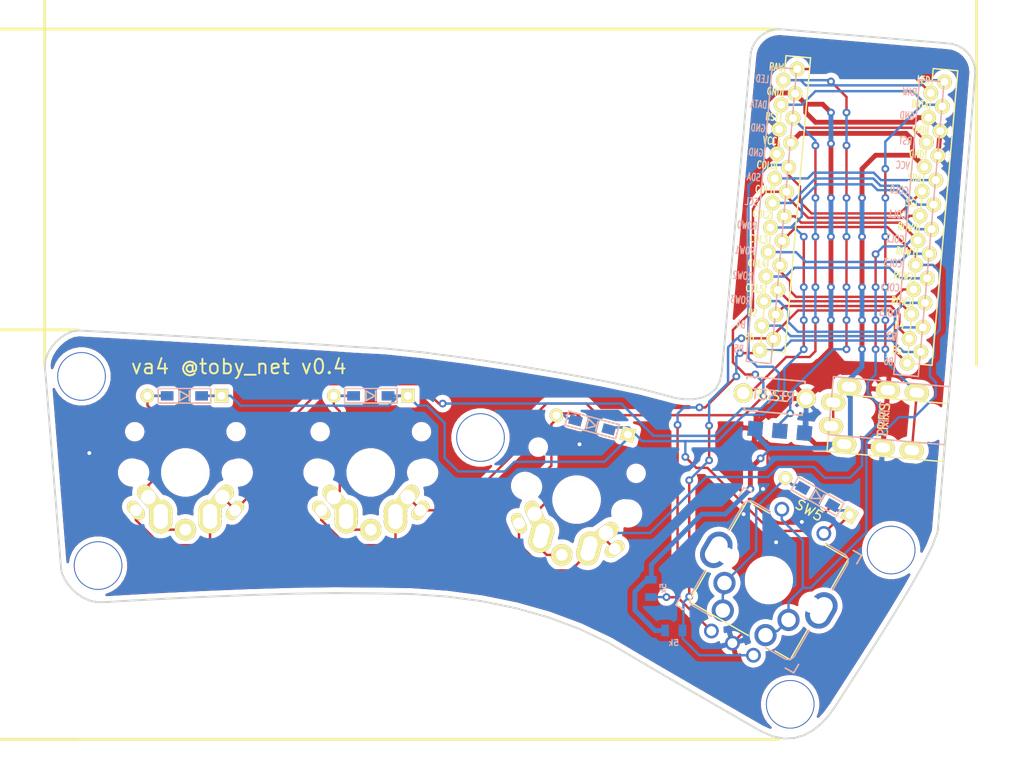
<source format=kicad_pcb>
(kicad_pcb (version 20171130) (host pcbnew "(5.1.5)-2")
  (layers (0 F.Cu signal) (31 B.Cu signal) (34 B.Paste user hide) (35 F.Paste user hide) (36 B.SilkS user hide) (37 F.SilkS user hide) (38 B.Mask user) (39 F.Mask user) (44 Edge.Cuts user))
  (net 0 "")
  (net 1 VCC)
  (net 2 led)
  (net 3 GND)
  (net 4 reset)
  (net 5 "Net-(U1-Pad24)")
  (net 6 col0)
  (net 7 col1)
  (net 8 col2)
  (net 9 col3)
  (net 10 "Net-(U1-Pad16)")
  (net 11 "Net-(U1-Pad15)")
  (net 12 "Net-(U1-Pad14)")
  (net 13 "Net-(U1-Pad11)")
  (net 14 "Net-(U1-Pad10)")
  (net 15 "Net-(U1-Pad9)")
  (net 16 "Net-(U1-Pad8)")
  (net 17 row0)
  (net 18 "Net-(U1-Pad6)")
  (net 19 "Net-(U1-Pad5)")
  (net 20 data)
  (net 21 "Net-(D1-Pad2)")
  (net 22 "Net-(D2-Pad2)")
  (net 23 "Net-(D3-Pad2)")
  (net 24 "Net-(J2-PadA)")
  (net 25 encA)
  (net 26 encB)
  (net 27 "Net-(D4-Pad2)")
  (module kbd:HOLE (layer F.Cu) (at 128.8 81.7)
    (fp_text reference H5)
    (fp_text value MountingHole)
    (pad "" np_thru_hole circle (at 0 0) (size 5 5) (drill 4.8) (layers *.Cu *.Mask))
  )
  (module kbd:HOLE (layer F.Cu) (at 118.4 97.6)
    (fp_text reference H4)
    (fp_text value MountingHole)
    (pad "" np_thru_hole circle (at 0 0) (size 5 5) (drill 4.8) (layers *.Cu *.Mask))
  )
  (module kbd:HOLE (layer F.Cu) (at 86.5 70.1)
    (fp_text reference H3)
    (fp_text value MountingHole)
    (pad "" np_thru_hole circle (at 0 0) (size 5 5) (drill 4.8) (layers *.Cu *.Mask))
  )
  (module kbd:HOLE (layer F.Cu) (at 47.1 83.3)
    (fp_text reference H2)
    (fp_text value MountingHole)
    (pad "" np_thru_hole circle (at 0 0) (size 5 5) (drill 4.8) (layers *.Cu *.Mask))
  )
  (module kbd:HOLE (layer F.Cu) (at 45.4 63.8)
    (fp_text reference H1)
    (fp_text value MountingHole)
    (pad "" np_thru_hole circle (at 0 0) (size 5 5) (drill 4.8) (layers *.Cu *.Mask))
  )
  (module keyswitches:MX_reversible (layer F.Cu) (at 116.2 84.8 150)
    (fp_text reference SW5 (at 0 8.3 150) (layer F.SilkS))
    (fp_text value SW_PUSH)
    (pad "" np_thru_hole circle (at -5.08 0 150) (size 1.7018 1.7018) (drill 1.7018) (layers *.Cu *.Mask))
    (pad "" np_thru_hole circle (at 5.08 0 150) (size 1.7018 1.7018) (drill 1.7018) (layers *.Cu *.Mask))
    (pad 1 thru_hole circle (at -3.81 -2.54 150) (size 2.286 2.286) (drill 1.4986) (layers *.Cu *.Mask) (net 9 col3))
    (pad "" np_thru_hole circle (at 0 0 150) (size 3.9878 3.9878) (drill 3.9878) (layers *.Cu *.Mask))
    (pad 2 thru_hole circle (at 2.54 -5.08 150) (size 2.286 2.286) (drill 1.4986) (layers *.Cu *.Mask) (net 27 "Net-(D4-Pad2)"))
    (pad 1 thru_hole circle (at -2.54 -5.08 150) (size 2.286 2.286) (drill 1.4986) (layers *.Cu *.Mask) (net 9 col3))
    (pad 2 thru_hole circle (at 3.81 -2.54 150) (size 2.286 2.286) (drill 1.4986) (layers *.Cu *.Mask) (net 27 "Net-(D4-Pad2)"))
  )
  (module AcheronHardware:ALPS_EC11E (layer F.Cu) (at 116.2 84.8 330)
    (fp_text reference SW6 (at 0 0 150) (layer F.SilkS))
    (fp_text value Rotary_Encoder_Switch)
    (pad "" thru_hole oval (at 6.25 0 330) (size 2.8 3.9) (drill oval 1.8 2.9) (layers *.Cu *.Mask))
    (pad "" thru_hole oval (at -6.25 0 330) (size 2.8 3.9) (drill oval 1.8 2.9) (layers *.Cu *.Mask))
    (pad S2 thru_hole circle (at 2.5 -7 330) (size 1.524 1.524) (drill 1) (layers *.Cu *.Mask) (net 17 row0))
    (pad S1 thru_hole circle (at -2.5 -7 330) (size 1.524 1.524) (drill 1) (layers *.Cu *.Mask) (net 9 col3))
    (pad C thru_hole circle (at 0 7.5 330) (size 1.524 1.524) (drill 1) (layers *.Cu *.Mask) (net 3 GND))
    (pad A thru_hole circle (at -2.5 7.5 330) (size 1.524 1.524) (drill 1) (layers *.Cu *.Mask) (net 25 encA))
    (pad B thru_hole circle (at 2.5 7.5 330) (size 1.524 1.524) (drill 1) (layers *.Cu *.Mask) (net 26 encB))
  )
  (module Resistors:0805 (layer B.Cu) (at 106.41 89.99 180)
    (fp_text reference R2)
    (fp_text value 5k (at 0 -1.27 180) (layer B.SilkS) (effects (font (size 0.6096 0.6096) (thickness 0.127)) (justify mirror)))
    (pad 2 smd rect (at 0.89916 0 180) (size 0.79756 1.19888) (layers B.Cu B.Paste B.Mask) (net 1 VCC))
    (pad 1 smd rect (at -0.89916 0 180) (size 0.79756 1.19888) (layers B.Cu B.Paste B.Mask) (net 26 encB))
  )
  (module Resistors:0805 (layer B.Cu) (at 104.05 85.65 270)
    (fp_text reference R1)
    (fp_text value 5k (at 0 -1.27 270) (layer B.SilkS) (effects (font (size 0.6096 0.6096) (thickness 0.127)) (justify mirror)))
    (pad 2 smd rect (at 0.89916 0 270) (size 0.79756 1.19888) (layers B.Cu B.Paste B.Mask) (net 25 encA))
    (pad 1 smd rect (at -0.89916 0 270) (size 0.79756 1.19888) (layers B.Cu B.Paste B.Mask) (net 1 VCC))
  )
  (module kbd:MJ-4PP-9 (layer F.Cu) (at 134.4 69.6 265)
    (fp_text reference J2)
    (fp_text value MJ-4PP-9 hide)
    (fp_text user TRRS (at -0.75 6.45 265) (layer F.SilkS))
    (fp_text user TRRS (at -0.8255 6.4135 265) (layer B.SilkS) (effects (justify mirror)))
    (pad A thru_hole oval (at -2.1 11.8 265) (size 1.7 2.5) (drill oval 1 1.5) (layers *.Cu *.Mask F.SilkS) (net 24 "Net-(J2-PadA)") (clearance 0.15))
    (pad D thru_hole oval (at 2.1 10.3 265) (size 1.7 2.5) (drill oval 1 1.5) (layers *.Cu *.Mask F.SilkS) (net 1 VCC) (clearance 0.15))
    (pad C thru_hole oval (at 2.1 6.3 265) (size 1.7 2.5) (drill oval 1 1.5) (layers *.Cu *.Mask F.SilkS) (net 3 GND))
    (pad B thru_hole oval (at 2.1 3.3 265) (size 1.7 2.5) (drill oval 1 1.5) (layers *.Cu *.Mask F.SilkS) (net 20 data))
    (pad "" np_thru_hole circle (at 0 8.5 265) (size 1.2 1.2) (drill 1.2) (layers *.Cu *.Mask F.SilkS))
    (pad "" np_thru_hole circle (at 0 1.5 265) (size 1.2 1.2) (drill 1.2) (layers *.Cu *.Mask F.SilkS))
    (pad C thru_hole oval (at -3.85 6.3 265) (size 1.7 2.5) (drill oval 1 1.5) (layers *.Cu *.Mask F.SilkS) (net 3 GND))
    (pad B thru_hole oval (at -3.85 3.3 265) (size 1.7 2.5) (drill oval 1 1.5) (layers *.Cu *.Mask F.SilkS) (net 20 data))
    (pad A thru_hole oval (at 0.35 11.8 265) (size 1.7 2.5) (drill oval 1 1.5) (layers *.Cu *.Mask F.SilkS) (net 24 "Net-(J2-PadA)") (clearance 0.15))
    (pad D thru_hole oval (at -3.85 10.3 265) (size 1.7 2.5) (drill oval 1 1.5) (layers *.Cu *.Mask F.SilkS) (net 1 VCC) (clearance 0.15))
    (pad "" np_thru_hole circle (at -1.75 1.499999 265) (size 1.2 1.2) (drill 1.2) (layers *.Cu *.Mask F.SilkS))
    (pad "" np_thru_hole circle (at -1.75 8.5 265) (size 1.2 1.2) (drill 1.2) (layers *.Cu *.Mask F.SilkS))
  )
  (module kbd:MX_ALPS_PG1350_noLed (layer F.Cu) (at 56.1 73.7 180)
    (fp_text reference SW2 hide)
    (fp_text value SW_PUSH hide)
    (pad 1 thru_hole oval (at 5.1 -3.9 130) (size 2.2 1.25) (drill 1.2) (layers *.Cu *.Mask F.SilkS) (net 6 col0))
    (pad "" np_thru_hole circle (at 0 0 270) (size 4 4) (drill 4) (layers *.Cu *.Mask F.SilkS))
    (pad "" np_thru_hole circle (at -5.5 0 270) (size 1.9 1.9) (drill 1.9) (layers *.Cu *.Mask F.SilkS))
    (pad "" np_thru_hole circle (at 5.5 0 270) (size 1.9 1.9) (drill 1.9) (layers *.Cu *.Mask F.SilkS))
    (pad 1 thru_hole oval (at -5.1 -3.9 230) (size 2.2 1.25) (drill 1.2) (layers *.Cu *.Mask F.SilkS) (net 6 col0))
    (pad 2 thru_hole circle (at 0 -5.9 270) (size 2.2 2.2) (drill 1.2) (layers *.Cu *.Mask F.SilkS) (net 21 "Net-(D1-Pad2)"))
    (pad 2 thru_hole circle (at 2.54 -5.08 180) (size 2.4 2.4) (drill 1.5) (layers *.Cu *.Mask F.SilkS) (net 21 "Net-(D1-Pad2)"))
    (pad 1 thru_hole oval (at -3.81 -2.54 230) (size 2.8 1.55) (drill 1.5) (layers *.Cu *.Mask F.SilkS) (net 6 col0))
    (pad 1 thru_hole circle (at -2.54 -5.08 180) (size 2.4 2.4) (drill 1.5) (layers *.Cu *.Mask F.SilkS) (net 6 col0))
    (pad 2 thru_hole oval (at 3.81 -2.54 130) (size 2.8 1.55) (drill 1.5) (layers *.Cu *.Mask F.SilkS) (net 21 "Net-(D1-Pad2)"))
    (pad 2 thru_hole circle (at 2.54 -4.5 180) (size 2.4 2.4) (drill 1.5) (layers *.Cu *.Mask F.SilkS) (net 21 "Net-(D1-Pad2)"))
    (pad 2 thru_hole circle (at 2.54 -4 180) (size 2.4 2.4) (drill 1.5) (layers *.Cu *.Mask F.SilkS) (net 21 "Net-(D1-Pad2)"))
    (pad 1 thru_hole circle (at -2.54 -4 180) (size 2.4 2.4) (drill 1.5) (layers *.Cu *.Mask F.SilkS) (net 6 col0))
    (pad 1 thru_hole circle (at -2.54 -4.5 180) (size 2.4 2.4) (drill 1.5) (layers *.Cu *.Mask F.SilkS) (net 6 col0))
    (pad "" np_thru_hole circle (at 5.08 0 180) (size 1.7 1.7) (drill 1.7) (layers *.Cu *.Mask F.SilkS))
    (pad "" np_thru_hole circle (at -5.08 0 180) (size 1.7 1.7) (drill 1.7) (layers *.Cu *.Mask F.SilkS))
    (pad "" np_thru_hole circle (at 5.22 4.2 180) (size 1 1) (drill 1) (layers *.Cu *.Mask F.SilkS))
    (pad "" np_thru_hole circle (at -5.22 4.2 180) (size 1 1) (drill 1) (layers *.Cu *.Mask F.SilkS))
  )
  (module kbd:D3_TH_SMD (layer F.Cu) (at 121.212805 76.1875 150)
    (fp_text reference D4 hide)
    (fp_text value D hide)
    (pad 1 smd rect (at -1.775 0 150) (size 1.3 0.95) (layers F.Cu F.Paste F.Mask) (net 17 row0))
    (pad 2 smd rect (at 1.775 0 150) (size 1.3 0.95) (layers B.Cu B.Paste B.Mask) (net 27 "Net-(D4-Pad2)"))
    (pad 1 smd rect (at -1.775 0 150) (size 1.3 0.95) (layers B.Cu B.Paste B.Mask) (net 17 row0))
    (pad 1 thru_hole rect (at -3.81 0 150) (size 1.397 1.397) (drill 0.8128) (layers *.Cu *.Mask F.SilkS) (net 17 row0))
    (pad 2 thru_hole circle (at 3.81 0 150) (size 1.397 1.397) (drill 0.8128) (layers *.Cu *.Mask F.SilkS) (net 27 "Net-(D4-Pad2)"))
    (pad 2 smd rect (at 1.775 0 150) (size 1.3 0.95) (layers F.Cu F.Paste F.Mask) (net 27 "Net-(D4-Pad2)"))
  )
  (module kbd:D3_TH_SMD (layer F.Cu) (at 98 68.8 165)
    (fp_text reference D3 hide)
    (fp_text value D hide)
    (pad 1 smd rect (at -1.775 0 165) (size 1.3 0.95) (layers F.Cu F.Paste F.Mask) (net 17 row0))
    (pad 2 smd rect (at 1.775 0 165) (size 1.3 0.95) (layers B.Cu B.Paste B.Mask) (net 23 "Net-(D3-Pad2)"))
    (pad 1 smd rect (at -1.775 0 165) (size 1.3 0.95) (layers B.Cu B.Paste B.Mask) (net 17 row0))
    (pad 1 thru_hole rect (at -3.81 -0.000001 165) (size 1.397 1.397) (drill 0.8128) (layers *.Cu *.Mask F.SilkS) (net 17 row0))
    (pad 2 thru_hole circle (at 3.81 0.000001 165) (size 1.397 1.397) (drill 0.8128) (layers *.Cu *.Mask F.SilkS) (net 23 "Net-(D3-Pad2)"))
    (pad 2 smd rect (at 1.775 0 165) (size 1.3 0.95) (layers F.Cu F.Paste F.Mask) (net 23 "Net-(D3-Pad2)"))
  )
  (module kbd:D3_TH_SMD (layer F.Cu) (at 75.2 65.8 180)
    (fp_text reference D2 hide)
    (fp_text value D hide)
    (pad 2 smd rect (at 1.775 0 180) (size 1.3 0.95) (layers F.Cu F.Paste F.Mask) (net 22 "Net-(D2-Pad2)"))
    (pad 2 thru_hole circle (at 3.81 0 180) (size 1.397 1.397) (drill 0.8128) (layers *.Cu *.Mask F.SilkS) (net 22 "Net-(D2-Pad2)"))
    (pad 1 thru_hole rect (at -3.81 0 180) (size 1.397 1.397) (drill 0.8128) (layers *.Cu *.Mask F.SilkS) (net 17 row0))
    (pad 1 smd rect (at -1.775 0 180) (size 1.3 0.95) (layers B.Cu B.Paste B.Mask) (net 17 row0))
    (pad 2 smd rect (at 1.775 0 180) (size 1.3 0.95) (layers B.Cu B.Paste B.Mask) (net 22 "Net-(D2-Pad2)"))
    (pad 1 smd rect (at -1.775 0 180) (size 1.3 0.95) (layers F.Cu F.Paste F.Mask) (net 17 row0))
  )
  (module kbd:D3_TH_SMD (layer F.Cu) (at 56 65.8 180)
    (fp_text reference D1 hide)
    (fp_text value D hide)
    (pad 1 smd rect (at -1.775 0 180) (size 1.3 0.95) (layers F.Cu F.Paste F.Mask) (net 17 row0))
    (pad 2 smd rect (at 1.775 0 180) (size 1.3 0.95) (layers B.Cu B.Paste B.Mask) (net 21 "Net-(D1-Pad2)"))
    (pad 1 smd rect (at -1.775 0 180) (size 1.3 0.95) (layers B.Cu B.Paste B.Mask) (net 17 row0))
    (pad 1 thru_hole rect (at -3.81 0 180) (size 1.397 1.397) (drill 0.8128) (layers *.Cu *.Mask F.SilkS) (net 17 row0))
    (pad 2 thru_hole circle (at 3.81 0 180) (size 1.397 1.397) (drill 0.8128) (layers *.Cu *.Mask F.SilkS) (net 21 "Net-(D1-Pad2)"))
    (pad 2 smd rect (at 1.775 0 180) (size 1.3 0.95) (layers F.Cu F.Paste F.Mask) (net 21 "Net-(D1-Pad2)"))
  )
  (module kbd:MX_ALPS_PG1350_noLed (layer F.Cu) (at 96.4 76.5 165)
    (fp_text reference SW4 hide)
    (fp_text value SW_PUSH hide)
    (pad 1 thru_hole oval (at 5.1 -3.9 115) (size 2.2 1.25) (drill 1.2) (layers *.Cu *.Mask F.SilkS) (net 8 col2))
    (pad "" np_thru_hole circle (at 0 0 255) (size 4 4) (drill 4) (layers *.Cu *.Mask F.SilkS))
    (pad "" np_thru_hole circle (at -5.5 0 255) (size 1.9 1.9) (drill 1.9) (layers *.Cu *.Mask F.SilkS))
    (pad "" np_thru_hole circle (at 5.5 0 255) (size 1.9 1.9) (drill 1.9) (layers *.Cu *.Mask F.SilkS))
    (pad 1 thru_hole oval (at -5.1 -3.9 215) (size 2.2 1.25) (drill 1.2) (layers *.Cu *.Mask F.SilkS) (net 8 col2))
    (pad 2 thru_hole circle (at 0 -5.9 255) (size 2.2 2.2) (drill 1.2) (layers *.Cu *.Mask F.SilkS) (net 23 "Net-(D3-Pad2)"))
    (pad 2 thru_hole circle (at 2.54 -5.08 165) (size 2.4 2.4) (drill 1.5) (layers *.Cu *.Mask F.SilkS) (net 23 "Net-(D3-Pad2)"))
    (pad 1 thru_hole oval (at -3.81 -2.54 215) (size 2.8 1.55) (drill 1.5) (layers *.Cu *.Mask F.SilkS) (net 8 col2))
    (pad 1 thru_hole circle (at -2.54 -5.08 165) (size 2.4 2.4) (drill 1.5) (layers *.Cu *.Mask F.SilkS) (net 8 col2))
    (pad 2 thru_hole oval (at 3.81 -2.54 115) (size 2.8 1.55) (drill 1.5) (layers *.Cu *.Mask F.SilkS) (net 23 "Net-(D3-Pad2)"))
    (pad 2 thru_hole circle (at 2.54 -4.5 165) (size 2.4 2.4) (drill 1.5) (layers *.Cu *.Mask F.SilkS) (net 23 "Net-(D3-Pad2)"))
    (pad 2 thru_hole circle (at 2.54 -4 165) (size 2.4 2.4) (drill 1.5) (layers *.Cu *.Mask F.SilkS) (net 23 "Net-(D3-Pad2)"))
    (pad 1 thru_hole circle (at -2.54 -4 165) (size 2.4 2.4) (drill 1.5) (layers *.Cu *.Mask F.SilkS) (net 8 col2))
    (pad 1 thru_hole circle (at -2.54 -4.5 165) (size 2.4 2.4) (drill 1.5) (layers *.Cu *.Mask F.SilkS) (net 8 col2))
    (pad "" np_thru_hole circle (at 5.08 0 165) (size 1.7 1.7) (drill 1.7) (layers *.Cu *.Mask F.SilkS))
    (pad "" np_thru_hole circle (at -5.08 0 165) (size 1.7 1.7) (drill 1.7) (layers *.Cu *.Mask F.SilkS))
    (pad "" np_thru_hole circle (at 5.22 4.2 165) (size 1 1) (drill 1) (layers *.Cu *.Mask F.SilkS))
    (pad "" np_thru_hole circle (at -5.22 4.2 165) (size 1 1) (drill 1) (layers *.Cu *.Mask F.SilkS))
  )
  (module kbd:MX_ALPS_PG1350_noLed (layer F.Cu) (at 75.2 73.7 180)
    (fp_text reference SW3 hide)
    (fp_text value SW_PUSH hide)
    (pad 1 thru_hole oval (at 5.1 -3.9 130) (size 2.2 1.25) (drill 1.2) (layers *.Cu *.Mask F.SilkS) (net 7 col1))
    (pad "" np_thru_hole circle (at 0 0 270) (size 4 4) (drill 4) (layers *.Cu *.Mask F.SilkS))
    (pad "" np_thru_hole circle (at -5.5 0 270) (size 1.9 1.9) (drill 1.9) (layers *.Cu *.Mask F.SilkS))
    (pad "" np_thru_hole circle (at 5.5 0 270) (size 1.9 1.9) (drill 1.9) (layers *.Cu *.Mask F.SilkS))
    (pad 1 thru_hole oval (at -5.1 -3.9 230) (size 2.2 1.25) (drill 1.2) (layers *.Cu *.Mask F.SilkS) (net 7 col1))
    (pad 2 thru_hole circle (at 0 -5.9 270) (size 2.2 2.2) (drill 1.2) (layers *.Cu *.Mask F.SilkS) (net 22 "Net-(D2-Pad2)"))
    (pad 2 thru_hole circle (at 2.54 -5.08 180) (size 2.4 2.4) (drill 1.5) (layers *.Cu *.Mask F.SilkS) (net 22 "Net-(D2-Pad2)"))
    (pad 1 thru_hole oval (at -3.81 -2.54 230) (size 2.8 1.55) (drill 1.5) (layers *.Cu *.Mask F.SilkS) (net 7 col1))
    (pad 1 thru_hole circle (at -2.54 -5.08 180) (size 2.4 2.4) (drill 1.5) (layers *.Cu *.Mask F.SilkS) (net 7 col1))
    (pad 2 thru_hole oval (at 3.81 -2.54 130) (size 2.8 1.55) (drill 1.5) (layers *.Cu *.Mask F.SilkS) (net 22 "Net-(D2-Pad2)"))
    (pad 2 thru_hole circle (at 2.54 -4.5 180) (size 2.4 2.4) (drill 1.5) (layers *.Cu *.Mask F.SilkS) (net 22 "Net-(D2-Pad2)"))
    (pad 2 thru_hole circle (at 2.54 -4 180) (size 2.4 2.4) (drill 1.5) (layers *.Cu *.Mask F.SilkS) (net 22 "Net-(D2-Pad2)"))
    (pad 1 thru_hole circle (at -2.54 -4 180) (size 2.4 2.4) (drill 1.5) (layers *.Cu *.Mask F.SilkS) (net 7 col1))
    (pad 1 thru_hole circle (at -2.54 -4.5 180) (size 2.4 2.4) (drill 1.5) (layers *.Cu *.Mask F.SilkS) (net 7 col1))
    (pad "" np_thru_hole circle (at 5.08 0 180) (size 1.7 1.7) (drill 1.7) (layers *.Cu *.Mask F.SilkS))
    (pad "" np_thru_hole circle (at -5.08 0 180) (size 1.7 1.7) (drill 1.7) (layers *.Cu *.Mask F.SilkS))
    (pad "" np_thru_hole circle (at 5.22 4.2 180) (size 1 1) (drill 1) (layers *.Cu *.Mask F.SilkS))
    (pad "" np_thru_hole circle (at -5.22 4.2 180) (size 1 1) (drill 1) (layers *.Cu *.Mask F.SilkS))
  )
  (module kbd:ProMicro_v2 (layer F.Cu) (at 125.4 47.2 355)
    (fp_text reference U1 hide)
    (fp_text value ProMicro hide)
    (fp_text user RAW (at 4.191 -13.1445 355) (layer B.SilkS) (effects (font (size 0.75 0.5) (thickness 0.125)) (justify mirror)))
    (fp_text user LED (at -11.049 -13.1445 355) (layer B.SilkS) (effects (font (size 0.75 0.5) (thickness 0.125)) (justify mirror)))
    (fp_text user GND (at 4.1275 -10.668 355) (layer B.SilkS) (effects (font (size 0.75 0.5) (thickness 0.125)) (justify mirror)))
    (fp_text user DATA (at -11.2 -10.5 355) (layer B.SilkS) (effects (font (size 0.75 0.5) (thickness 0.125)) (justify mirror)))
    (fp_text user RST (at 4.191 -8.0645 355) (layer B.SilkS) (effects (font (size 0.75 0.5) (thickness 0.125)) (justify mirror)))
    (fp_text user GND (at -11.049 -8.0645 355) (layer B.SilkS) (effects (font (size 0.75 0.5) (thickness 0.125)) (justify mirror)))
    (fp_text user VCC (at 4.127501 -5.5245 355) (layer B.SilkS) (effects (font (size 0.75 0.5) (thickness 0.125)) (justify mirror)))
    (fp_text user GND (at -11.049 -5.5245 355) (layer B.SilkS) (effects (font (size 0.75 0.5) (thickness 0.125)) (justify mirror)))
    (fp_text user COL3 (at 4 4.6 355) (layer B.SilkS) (effects (font (size 0.75 0.5) (thickness 0.125)) (justify mirror)))
    (fp_text user ROW0 (at -11.3 2.032 355) (layer B.SilkS) (effects (font (size 0.75 0.5) (thickness 0.125)) (justify mirror)))
    (fp_text user COL2 (at 4 2.1 355) (layer B.SilkS) (effects (font (size 0.75 0.5) (thickness 0.125)) (justify mirror)))
    (fp_text user SCL (at -11.048999 -0.4445 355) (layer B.SilkS) (effects (font (size 0.75 0.5) (thickness 0.125)) (justify mirror)))
    (fp_text user COL1 (at 4 -0.4445 355) (layer B.SilkS) (effects (font (size 0.75 0.5) (thickness 0.125)) (justify mirror)))
    (fp_text user SDA (at -11.049 -2.9845 355) (layer B.SilkS) (effects (font (size 0.75 0.5) (thickness 0.125)) (justify mirror)))
    (fp_text user COL0 (at 4 -2.95 355) (layer B.SilkS) (effects (font (size 0.75 0.5) (thickness 0.125)) (justify mirror)))
    (fp_text user B6 (at 4.445 14.732 355) (layer B.SilkS) (effects (font (size 0.75 0.5) (thickness 0.125)) (justify mirror)))
    (fp_text user B5 (at -11.049 14.7955 355) (layer B.SilkS) (effects (font (size 0.75 0.5) (thickness 0.125)) (justify mirror)))
    (fp_text user B4 (at -11.049 12.2555 355) (layer B.SilkS) (effects (font (size 0.75 0.5) (thickness 0.125)) (justify mirror)))
    (fp_text user B2 (at 4.5085 12.1285 355) (layer B.SilkS) (effects (font (size 0.75 0.5) (thickness 0.125)) (justify mirror)))
    (fp_text user ROW3 (at -11.3 9.75 355) (layer B.SilkS) (effects (font (size 0.75 0.5) (thickness 0.125)) (justify mirror)))
    (fp_text user COL5 (at 4 9.75 355) (layer B.SilkS) (effects (font (size 0.75 0.5) (thickness 0.125)) (justify mirror)))
    (fp_text user ROW2 (at -11.3 7.239001 355) (layer B.SilkS) (effects (font (size 0.75 0.5) (thickness 0.125)) (justify mirror)))
    (fp_text user COL4 (at 3.95 7.112 355) (layer B.SilkS) (effects (font (size 0.75 0.5) (thickness 0.125)) (justify mirror)))
    (fp_text user ROW1 (at -11.3 4.6355 355) (layer B.SilkS) (effects (font (size 0.75 0.5) (thickness 0.125)) (justify mirror)))
    (fp_text user ROW1 (at 5.25 3.302 355) (layer F.SilkS) (effects (font (size 0.75 0.5) (thickness 0.125))))
    (fp_text user COL4 (at -9.95 5.85 355) (layer F.SilkS) (effects (font (size 0.75 0.5) (thickness 0.125))))
    (fp_text user ROW2 (at 5.2 5.85 355) (layer F.SilkS) (effects (font (size 0.75 0.5) (thickness 0.125))))
    (fp_text user COL5 (at -9.95 8.4455 355) (layer F.SilkS) (effects (font (size 0.75 0.5) (thickness 0.125))))
    (fp_text user ROW3 (at 5.2 8.4455 355) (layer F.SilkS) (effects (font (size 0.75 0.5) (thickness 0.125))))
    (fp_text user B2 (at -9.95 10.95 355) (layer F.SilkS) (effects (font (size 0.75 0.5) (thickness 0.125))))
    (fp_text user B4 (at 5.2 10.922 355) (layer F.SilkS) (effects (font (size 0.75 0.5) (thickness 0.125))))
    (fp_text user B5 (at 5.2 13.5255 355) (layer F.SilkS) (effects (font (size 0.75 0.5) (thickness 0.125))))
    (fp_text user B6 (at -10.05 13.5 355) (layer F.SilkS) (effects (font (size 0.75 0.5) (thickness 0.125))))
    (fp_text user COL0 (at -9.9 -4.3 355) (layer F.SilkS) (effects (font (size 0.75 0.5) (thickness 0.125))))
    (fp_text user SDA (at 5.461 -4.318 355) (layer F.SilkS) (effects (font (size 0.75 0.5) (thickness 0.125))))
    (fp_text user COL1 (at -9.85 -1.778 355) (layer F.SilkS) (effects (font (size 0.75 0.5) (thickness 0.125))))
    (fp_text user SCL (at 5.461 -1.778 355) (layer F.SilkS) (effects (font (size 0.75 0.5) (thickness 0.125))))
    (fp_text user COL2 (at -9.9 0.762 355) (layer F.SilkS) (effects (font (size 0.75 0.5) (thickness 0.125))))
    (fp_text user ROW0 (at 5.2 0.8 355) (layer F.SilkS) (effects (font (size 0.75 0.5) (thickness 0.125))))
    (fp_text user COL3 (at -10 3.35 355) (layer F.SilkS) (effects (font (size 0.75 0.5) (thickness 0.125))))
    (fp_text user GND (at 5.461 -6.7945 355) (layer F.SilkS) (effects (font (size 0.75 0.5) (thickness 0.125))))
    (fp_text user VCC (at -9.715501 -6.858 355) (layer F.SilkS) (effects (font (size 0.75 0.5) (thickness 0.125))))
    (fp_text user GND (at 5.5245 -9.3345 355) (layer F.SilkS) (effects (font (size 0.75 0.5) (thickness 0.125))))
    (fp_text user RST (at -9.7155 -9.3345 355) (layer F.SilkS) (effects (font (size 0.75 0.5) (thickness 0.125))))
    (fp_text user DATA (at 5.35 -11.95 355) (layer F.SilkS) (effects (font (size 0.75 0.5) (thickness 0.125))))
    (fp_text user GND (at -9.7155 -11.938 355) (layer F.SilkS) (effects (font (size 0.75 0.5) (thickness 0.125))))
    (fp_text user LED (at 5.5 -14.478 355) (layer F.SilkS) (effects (font (size 0.75 0.5) (thickness 0.125))))
    (fp_text user RAW (at -9.7155 -14.478 355) (layer F.SilkS) (effects (font (size 0.75 0.5) (thickness 0.125))))
    (fp_text user "" (at -1.2065 -16.256 355) (layer B.SilkS) (effects (justify mirror)))
    (fp_text user "" (at -0.5 -17.25 355) (layer F.SilkS))
    (pad 24 thru_hole circle (at -7.5636 -14.478 355) (size 1.524 1.524) (drill 0.8128) (layers *.Cu *.Mask F.SilkS) (net 5 "Net-(U1-Pad24)"))
    (pad 23 thru_hole circle (at -7.5636 -11.938 355) (size 1.524 1.524) (drill 0.8128) (layers *.Cu *.Mask F.SilkS) (net 3 GND))
    (pad 22 thru_hole circle (at -7.5636 -9.398 355) (size 1.524 1.524) (drill 0.8128) (layers *.Cu *.Mask F.SilkS) (net 4 reset))
    (pad 21 thru_hole circle (at -7.5636 -6.858 355) (size 1.524 1.524) (drill 0.8128) (layers *.Cu *.Mask F.SilkS) (net 1 VCC))
    (pad 20 thru_hole circle (at -7.5636 -4.318 355) (size 1.524 1.524) (drill 0.8128) (layers *.Cu *.Mask F.SilkS) (net 6 col0))
    (pad 19 thru_hole circle (at -7.5636 -1.778 355) (size 1.524 1.524) (drill 0.8128) (layers *.Cu *.Mask F.SilkS) (net 7 col1))
    (pad 18 thru_hole circle (at -7.5636 0.762 355) (size 1.524 1.524) (drill 0.8128) (layers *.Cu *.Mask F.SilkS) (net 8 col2))
    (pad 17 thru_hole circle (at -7.563598 3.302 355) (size 1.524 1.524) (drill 0.8128) (layers *.Cu *.Mask F.SilkS) (net 9 col3))
    (pad 16 thru_hole circle (at -7.5636 5.842 355) (size 1.524 1.524) (drill 0.8128) (layers *.Cu *.Mask F.SilkS) (net 10 "Net-(U1-Pad16)"))
    (pad 15 thru_hole circle (at -7.5636 8.382 355) (size 1.524 1.524) (drill 0.8128) (layers *.Cu *.Mask F.SilkS) (net 11 "Net-(U1-Pad15)"))
    (pad 14 thru_hole circle (at -7.5636 10.922 355) (size 1.524 1.524) (drill 0.8128) (layers *.Cu *.Mask F.SilkS) (net 12 "Net-(U1-Pad14)"))
    (pad 13 thru_hole circle (at -7.5636 13.462 355) (size 1.524 1.524) (drill 0.8128) (layers *.Cu *.Mask F.SilkS) (net 26 encB))
    (pad 12 thru_hole circle (at 7.6564 13.462 355) (size 1.524 1.524) (drill 0.8128) (layers *.Cu *.Mask F.SilkS) (net 25 encA))
    (pad 11 thru_hole circle (at 7.6564 10.922 355) (size 1.524 1.524) (drill 0.8128) (layers *.Cu *.Mask F.SilkS) (net 13 "Net-(U1-Pad11)"))
    (pad 10 thru_hole circle (at 7.6564 8.382 355) (size 1.524 1.524) (drill 0.8128) (layers *.Cu *.Mask F.SilkS) (net 14 "Net-(U1-Pad10)"))
    (pad 9 thru_hole circle (at 7.6564 5.842 355) (size 1.524 1.524) (drill 0.8128) (layers *.Cu *.Mask F.SilkS) (net 15 "Net-(U1-Pad9)"))
    (pad 8 thru_hole circle (at 7.6564 3.302 355) (size 1.524 1.524) (drill 0.8128) (layers *.Cu *.Mask F.SilkS) (net 16 "Net-(U1-Pad8)"))
    (pad 7 thru_hole circle (at 7.6564 0.762 355) (size 1.524 1.524) (drill 0.8128) (layers *.Cu *.Mask F.SilkS) (net 17 row0))
    (pad 6 thru_hole circle (at 7.6564 -1.778 355) (size 1.524 1.524) (drill 0.8128) (layers *.Cu *.Mask F.SilkS) (net 18 "Net-(U1-Pad6)"))
    (pad 5 thru_hole circle (at 7.6564 -4.318 355) (size 1.524 1.524) (drill 0.8128) (layers *.Cu *.Mask F.SilkS) (net 19 "Net-(U1-Pad5)"))
    (pad 4 thru_hole circle (at 7.6564 -6.858 355) (size 1.524 1.524) (drill 0.8128) (layers *.Cu *.Mask F.SilkS) (net 3 GND))
    (pad 3 thru_hole circle (at 7.6564 -9.398 355) (size 1.524 1.524) (drill 0.8128) (layers *.Cu *.Mask F.SilkS) (net 3 GND))
    (pad 2 thru_hole circle (at 7.6564 -11.938 355) (size 1.524 1.524) (drill 0.8128) (layers *.Cu *.Mask F.SilkS) (net 20 data))
    (pad 1 thru_hole circle (at 7.6564 -14.478 355) (size 1.524 1.524) (drill 0.8128) (layers *.Cu *.Mask F.SilkS) (net 2 led))
    (pad 1 thru_hole circle (at -8.89 -13.208 355) (size 1.524 1.524) (drill 0.8128) (layers *.Cu *.Mask F.SilkS) (net 2 led))
    (pad 2 thru_hole circle (at -8.89 -10.668 355) (size 1.524 1.524) (drill 0.8128) (layers *.Cu *.Mask F.SilkS) (net 20 data))
    (pad 3 thru_hole circle (at -8.89 -8.128 355) (size 1.524 1.524) (drill 0.8128) (layers *.Cu *.Mask F.SilkS) (net 3 GND))
    (pad 4 thru_hole circle (at -8.89 -5.588 355) (size 1.524 1.524) (drill 0.8128) (layers *.Cu *.Mask F.SilkS) (net 3 GND))
    (pad 5 thru_hole circle (at -8.89 -3.048 355) (size 1.524 1.524) (drill 0.8128) (layers *.Cu *.Mask F.SilkS) (net 19 "Net-(U1-Pad5)"))
    (pad 6 thru_hole circle (at -8.89 -0.508 355) (size 1.524 1.524) (drill 0.8128) (layers *.Cu *.Mask F.SilkS) (net 18 "Net-(U1-Pad6)"))
    (pad 7 thru_hole circle (at -8.89 2.032 355) (size 1.524 1.524) (drill 0.8128) (layers *.Cu *.Mask F.SilkS) (net 17 row0))
    (pad 8 thru_hole circle (at -8.89 4.572 355) (size 1.524 1.524) (drill 0.8128) (layers *.Cu *.Mask F.SilkS) (net 16 "Net-(U1-Pad8)"))
    (pad 9 thru_hole circle (at -8.890001 7.112 355) (size 1.524 1.524) (drill 0.8128) (layers *.Cu *.Mask F.SilkS) (net 15 "Net-(U1-Pad9)"))
    (pad 10 thru_hole circle (at -8.89 9.652 355) (size 1.524 1.524) (drill 0.8128) (layers *.Cu *.Mask F.SilkS) (net 14 "Net-(U1-Pad10)"))
    (pad 11 thru_hole circle (at -8.89 12.192 355) (size 1.524 1.524) (drill 0.8128) (layers *.Cu *.Mask F.SilkS) (net 13 "Net-(U1-Pad11)"))
    (pad 12 thru_hole circle (at -8.89 14.732 355) (size 1.524 1.524) (drill 0.8128) (layers *.Cu *.Mask F.SilkS) (net 25 encA))
    (pad 13 thru_hole circle (at 6.35 14.732 355) (size 1.524 1.524) (drill 0.8128) (layers *.Cu *.Mask F.SilkS) (net 26 encB))
    (pad 14 thru_hole circle (at 6.350002 12.192 355) (size 1.524 1.524) (drill 0.8128) (layers *.Cu *.Mask F.SilkS) (net 12 "Net-(U1-Pad14)"))
    (pad 15 thru_hole circle (at 6.35 9.652 355) (size 1.524 1.524) (drill 0.8128) (layers *.Cu *.Mask F.SilkS) (net 11 "Net-(U1-Pad15)"))
    (pad 16 thru_hole circle (at 6.35 7.112 355) (size 1.524 1.524) (drill 0.8128) (layers *.Cu *.Mask F.SilkS) (net 10 "Net-(U1-Pad16)"))
    (pad 17 thru_hole circle (at 6.35 4.572 355) (size 1.524 1.524) (drill 0.8128) (layers *.Cu *.Mask F.SilkS) (net 9 col3))
    (pad 18 thru_hole circle (at 6.35 2.032 355) (size 1.524 1.524) (drill 0.8128) (layers *.Cu *.Mask F.SilkS) (net 8 col2))
    (pad 19 thru_hole circle (at 6.35 -0.508 355) (size 1.524 1.524) (drill 0.8128) (layers *.Cu *.Mask F.SilkS) (net 7 col1))
    (pad 20 thru_hole circle (at 6.35 -3.048 355) (size 1.524 1.524) (drill 0.8128) (layers *.Cu *.Mask F.SilkS) (net 6 col0))
    (pad 21 thru_hole circle (at 6.35 -5.588 355) (size 1.524 1.524) (drill 0.8128) (layers *.Cu *.Mask F.SilkS) (net 1 VCC))
    (pad 22 thru_hole circle (at 6.35 -8.128 355) (size 1.524 1.524) (drill 0.8128) (layers *.Cu *.Mask F.SilkS) (net 4 reset))
    (pad 23 thru_hole circle (at 6.35 -10.668 355) (size 1.524 1.524) (drill 0.8128) (layers *.Cu *.Mask F.SilkS) (net 3 GND))
    (pad 24 thru_hole circle (at 6.35 -13.208 355) (size 1.524 1.524) (drill 0.8128) (layers *.Cu *.Mask F.SilkS) (net 5 "Net-(U1-Pad24)"))
  )
  (module kbd:ResetSW (layer F.Cu) (at 116.8 65.8 175)
    (fp_text reference SW1 hide)
    (fp_text value RESET_SWITCH)
    (fp_text user RESET (at 0.127 0 175) (layer B.SilkS) (effects (justify mirror)))
    (fp_text user RESET (at 0 0 175) (layer F.SilkS))
    (pad 1 thru_hole circle (at 3.25 0 175) (size 2 2) (drill 1.3) (layers *.Cu *.Mask F.SilkS) (net 4 reset))
    (pad 2 thru_hole circle (at -3.25 0 175) (size 2 2) (drill 1.3) (layers *.Cu *.Mask F.SilkS) (net 3 GND))
  )
  (module kbd:StripLED_rev (layer F.Cu) (at 114.8 69.2 85)
    (fp_text reference J1 hide)
    (fp_text value LED hide)
    (pad 3 smd rect (at 0 5.08 85) (size 1.524 1.524) (layers F.Cu F.Paste F.Mask) (net 1 VCC))
    (pad 2 smd rect (at 0 2.540001 85) (size 1.524 1.524) (layers F.Cu F.Paste F.Mask) (net 2 led))
    (pad 1 smd rect (at 0 0 85) (size 1.524 1.524) (layers F.Cu F.Paste F.Mask) (net 3 GND))
    (pad 1 smd rect (at 0 5.08 85) (size 1.524 1.524) (layers B.Cu B.Paste B.Mask) (net 3 GND))
    (pad 2 smd rect (at 0 2.540001 85) (size 1.524 1.524) (layers B.Cu B.Paste B.Mask) (net 2 led))
    (pad 3 smd rect (at 0 0 85) (size 1.524 1.524) (layers B.Cu B.Paste B.Mask) (net 1 VCC))
  )
  (dimension 42.211846 (width 0.3) (layer F.SilkS) (gr_text "42.212 mm" (at 29.9 80.105923 270) (layer F.SilkS) (effects (font (size 1.5 1.5) (thickness 0.3)))) (feature1 (pts (xy 45 101.211846) (xy 31.413579 101.211846))) (feature2 (pts (xy 45 59) (xy 31.413579 59))) (crossbar (pts (xy 32 59) (xy 32 101.211846))) (arrow1a (pts (xy 32 101.211846) (xy 31.413579 100.085342))) (arrow1b (pts (xy 32 101.211846) (xy 32.586421 100.085342))) (arrow2a (pts (xy 32 59) (xy 31.413579 60.126504))) (arrow2b (pts (xy 32 59) (xy 32.586421 60.126504))))
  (dimension 73.217484 (width 0.3) (layer F.SilkS) (gr_text "73.217 mm" (at 24.7 64.608742 270) (layer F.SilkS) (effects (font (size 1.5 1.5) (thickness 0.3)))) (feature1 (pts (xy 117.2 101.217484) (xy 26.213579 101.217484))) (feature2 (pts (xy 117.2 28) (xy 26.213579 28))) (crossbar (pts (xy 26.8 28) (xy 26.8 101.217484))) (arrow1a (pts (xy 26.8 101.217484) (xy 26.213579 100.09098))) (arrow1b (pts (xy 26.8 101.217484) (xy 27.386421 100.09098))) (arrow2a (pts (xy 26.8 28) (xy 26.213579 29.126504))) (arrow2b (pts (xy 26.8 28) (xy 27.386421 29.126504))))
  (dimension 96.000416 (width 0.3) (layer F.SilkS) (gr_text "96.000 mm" (at 89.600208 17.1) (layer F.SilkS) (effects (font (size 1.5 1.5) (thickness 0.3)))) (feature1 (pts (xy 137.600416 62.6) (xy 137.600416 18.613579))) (feature2 (pts (xy 41.6 62.6) (xy 41.6 18.613579))) (crossbar (pts (xy 41.6 19.2) (xy 137.600416 19.2))) (arrow1a (pts (xy 137.600416 19.2) (xy 136.473912 19.786421))) (arrow1b (pts (xy 137.600416 19.2) (xy 136.473912 18.613579))) (arrow2a (pts (xy 41.6 19.2) (xy 42.726504 19.786421))) (arrow2b (pts (xy 41.6 19.2) (xy 42.726504 18.613579))))
  (gr_text "va4 @toby_net v0.4" (at 61.6 62.8) (layer F.SilkS) (effects (font (size 1.5 1.5) (thickness 0.2))))
  (gr_line (start 129.085193 88.319512) (end 130.647682 85.730517) (layer Edge.Cuts) (width 0.2))
  (gr_line (start 133.918783 76.00785) (end 134.419029 69.967629) (layer Edge.Cuts) (width 0.2))
  (gr_line (start 50.704276 86.896414) (end 53.954156 86.720315) (layer Edge.Cuts) (width 0.2))
  (gr_line (start 137.46311 32.45545) (end 137.46311 32.45545) (layer Edge.Cuts) (width 0.2))
  (gr_line (start 137.318334 34.271042) (end 137.46311 32.45545) (layer Edge.Cuts) (width 0.2))
  (gr_line (start 133.616642 79.540764) (end 133.918783 76.00785) (layer Edge.Cuts) (width 0.2))
  (gr_line (start 112.09062 98.475461) (end 113.754894 99.435507) (layer Edge.Cuts) (width 0.2))
  (gr_line (start 93.469154 88.630261) (end 96.656659 89.815314) (layer Edge.Cuts) (width 0.2))
  (gr_line (start 90.134671 87.687714) (end 93.469154 88.630261) (layer Edge.Cuts) (width 0.2))
  (gr_line (start 133.567532 79.868755) (end 133.57745 79.822322) (layer Edge.Cuts) (width 0.2))
  (gr_line (start 131.991381 83.366472) (end 132.999784 81.377869) (layer Edge.Cuts) (width 0.2))
  (gr_line (start 44.456555 85.760216) (end 44.98409 86.23032) (layer Edge.Cuts) (width 0.2))
  (gr_line (start 44.98409 86.23032) (end 45.585685 86.625162) (layer Edge.Cuts) (width 0.2))
  (gr_line (start 86.660261 86.97896) (end 90.134671 87.687714) (layer Edge.Cuts) (width 0.2))
  (gr_line (start 110.359377 97.476767) (end 112.09062 98.475461) (layer Edge.Cuts) (width 0.2))
  (gr_line (start 134.419029 69.967629) (end 135.043851 62.337648) (layer Edge.Cuts) (width 0.2))
  (gr_line (start 103.829795 93.692206) (end 105.296372 94.547145) (layer Edge.Cuts) (width 0.2))
  (gr_line (start 130.647682 85.730517) (end 131.991381 83.366472) (layer Edge.Cuts) (width 0.2))
  (gr_line (start 136.930491 39.084604) (end 137.318334 34.271042) (layer Edge.Cuts) (width 0.2))
  (gr_line (start 133.606789 79.635562) (end 133.612034 79.588329) (layer Edge.Cuts) (width 0.2))
  (gr_line (start 124.250056 95.931286) (end 125.769873 93.570388) (layer Edge.Cuts) (width 0.2))
  (gr_line (start 57.967603 86.525969) (end 62.435163 86.343485) (layer Edge.Cuts) (width 0.2))
  (gr_line (start 44.013259 85.243321) (end 44.456555 85.760216) (layer Edge.Cuts) (width 0.2))
  (gr_line (start 115.298942 100.327072) (end 116.568658 100.893688) (layer Edge.Cuts) (width 0.2))
  (gr_line (start 62.435163 86.343485) (end 67.047385 86.202976) (layer Edge.Cuts) (width 0.2))
  (gr_line (start 136.373111 45.978589) (end 136.930491 39.084604) (layer Edge.Cuts) (width 0.2))
  (gr_line (start 133.612034 79.588329) (end 133.616642 79.540764) (layer Edge.Cuts) (width 0.2))
  (gr_line (start 118.848039 101.074937) (end 119.855473 100.772729) (layer Edge.Cuts) (width 0.2))
  (gr_line (start 79.319874 86.227977) (end 83.052978 86.495285) (layer Edge.Cuts) (width 0.2))
  (gr_line (start 133.556382 79.915201) (end 133.567532 79.868755) (layer Edge.Cuts) (width 0.2))
  (gr_line (start 116.568658 100.893688) (end 117.752062 101.129117) (layer Edge.Cuts) (width 0.2))
  (gr_line (start 135.719722 54.035453) (end 136.373111 45.978589) (layer Edge.Cuts) (width 0.2))
  (gr_line (start 46.25116 86.916274) (end 46.970335 87.075186) (layer Edge.Cuts) (width 0.2))
  (gr_line (start 53.954156 86.720315) (end 57.967603 86.525969) (layer Edge.Cuts) (width 0.2))
  (gr_line (start 47.733029 87.073426) (end 48.527416 87.024155) (layer Edge.Cuts) (width 0.2))
  (gr_line (start 135.043851 62.337648) (end 135.719722 54.035453) (layer Edge.Cuts) (width 0.2))
  (gr_line (start 133.600807 79.68252) (end 133.606789 79.635562) (layer Edge.Cuts) (width 0.2))
  (gr_line (start 133.593989 79.729262) (end 133.600807 79.68252) (layer Edge.Cuts) (width 0.2))
  (gr_line (start 133.586237 79.775843) (end 133.593989 79.729262) (layer Edge.Cuts) (width 0.2))
  (gr_line (start 133.57745 79.822322) (end 133.586237 79.775843) (layer Edge.Cuts) (width 0.2))
  (gr_line (start 132.999784 81.377869) (end 133.556382 79.915201) (layer Edge.Cuts) (width 0.2))
  (gr_line (start 96.656659 89.815314) (end 99.690132 91.251587) (layer Edge.Cuts) (width 0.2))
  (gr_line (start 105.296372 94.547145) (end 106.908998 95.482774) (layer Edge.Cuts) (width 0.2))
  (gr_line (start 46.970335 87.075186) (end 47.733029 87.073426) (layer Edge.Cuts) (width 0.2))
  (gr_line (start 99.690132 91.251587) (end 102.562523 92.947792) (layer Edge.Cuts) (width 0.2))
  (gr_line (start 67.047385 86.202976) (end 71.494815 86.134551) (layer Edge.Cuts) (width 0.2))
  (gr_line (start 120.77325 100.264069) (end 121.600253 99.590537) (layer Edge.Cuts) (width 0.2))
  (gr_line (start 113.754894 99.435507) (end 115.298942 100.327072) (layer Edge.Cuts) (width 0.2))
  (gr_line (start 102.562523 92.947792) (end 103.829795 93.692206) (layer Edge.Cuts) (width 0.2))
  (gr_line (start 127.420421 90.982967) (end 129.085193 88.319512) (layer Edge.Cuts) (width 0.2))
  (gr_line (start 122.335367 98.79371) (end 122.977477 97.915168) (layer Edge.Cuts) (width 0.2))
  (gr_line (start 75.468 86.168321) (end 79.319874 86.227977) (layer Edge.Cuts) (width 0.2))
  (gr_line (start 122.977477 97.915168) (end 124.250056 95.931286) (layer Edge.Cuts) (width 0.2))
  (gr_line (start 71.494815 86.134551) (end 75.468 86.168321) (layer Edge.Cuts) (width 0.2))
  (gr_line (start 119.855473 100.772729) (end 120.77325 100.264069) (layer Edge.Cuts) (width 0.2))
  (gr_line (start 106.908998 95.482774) (end 108.614418 96.46926) (layer Edge.Cuts) (width 0.2))
  (gr_line (start 45.585685 86.625162) (end 46.25116 86.916274) (layer Edge.Cuts) (width 0.2))
  (gr_line (start 83.052978 86.495285) (end 86.660261 86.97896) (layer Edge.Cuts) (width 0.2))
  (gr_line (start 48.527416 87.024155) (end 50.704276 86.896414) (layer Edge.Cuts) (width 0.2))
  (gr_line (start 117.752062 101.129117) (end 118.848039 101.074937) (layer Edge.Cuts) (width 0.2))
  (gr_line (start 125.769873 93.570388) (end 127.420421 90.982967) (layer Edge.Cuts) (width 0.2))
  (gr_line (start 121.600253 99.590537) (end 122.335367 98.79371) (layer Edge.Cuts) (width 0.2))
  (gr_line (start 108.614418 96.46926) (end 110.359377 97.476767) (layer Edge.Cuts) (width 0.2))
  (gr_line (start 114.28715 31.00612) (end 113.923363 35.027437) (layer Edge.Cuts) (width 0.2))
  (gr_line (start 108.421818 66.155445) (end 107.500239 66.157639) (layer Edge.Cuts) (width 0.2))
  (gr_line (start 117.28716 28.006131) (end 116.684521 28.067361) (layer Edge.Cuts) (width 0.2))
  (gr_line (start 134.463116 29.455461) (end 132.316122 29.274295) (layer Edge.Cuts) (width 0.2))
  (gr_line (start 111.740644 59.15534) (end 111.376858 63.176658) (layer Edge.Cuts) (width 0.2))
  (gr_line (start 121.581149 28.368463) (end 119.434155 28.187297) (layer Edge.Cuts) (width 0.2))
  (gr_line (start 135.627956 29.692179) (end 135.065751 29.516691) (layer Edge.Cuts) (width 0.2))
  (gr_line (start 112.104431 55.134023) (end 111.740644 59.15534) (layer Edge.Cuts) (width 0.2))
  (gr_line (start 112.832004 47.091389) (end 112.468217 51.112706) (layer Edge.Cuts) (width 0.2))
  (gr_line (start 137.226391 31.290611) (end 136.94895 30.78114) (layer Edge.Cuts) (width 0.2))
  (gr_line (start 113.19579 43.070072) (end 112.832004 47.091389) (layer Edge.Cuts) (width 0.2))
  (gr_line (start 116.684521 28.067361) (end 116.122312 28.24285) (layer Edge.Cuts) (width 0.2))
  (gr_line (start 115.168402 28.887381) (end 114.801311 29.331813) (layer Edge.Cuts) (width 0.2))
  (gr_line (start 119.434155 28.187297) (end 117.28716 28.006131) (layer Edge.Cuts) (width 0.2))
  (gr_line (start 125.875138 28.730796) (end 123.728144 28.54963) (layer Edge.Cuts) (width 0.2))
  (gr_line (start 94.792152 63.455699) (end 89.98218 62.649018) (layer Edge.Cuts) (width 0.2))
  (gr_line (start 135.065751 29.516691) (end 134.463116 29.455461) (layer Edge.Cuts) (width 0.2))
  (gr_line (start 99.242822 64.286138) (end 94.792152 63.455699) (layer Edge.Cuts) (width 0.2))
  (gr_line (start 114.523869 29.841284) (end 114.34838 30.403488) (layer Edge.Cuts) (width 0.2))
  (gr_line (start 110.729576 65.075056) (end 110.087527 65.642484) (layer Edge.Cuts) (width 0.2))
  (gr_line (start 103.001335 65.084537) (end 99.242822 64.286138) (layer Edge.Cuts) (width 0.2))
  (gr_line (start 105.734835 65.795098) (end 103.001335 65.084537) (layer Edge.Cuts) (width 0.2))
  (gr_line (start 106.587564 66.02808) (end 105.734835 65.795098) (layer Edge.Cuts) (width 0.2))
  (gr_line (start 111.376858 63.176658) (end 111.176366 64.262557) (layer Edge.Cuts) (width 0.2))
  (gr_line (start 107.500239 66.157639) (end 106.587564 66.02808) (layer Edge.Cuts) (width 0.2))
  (gr_line (start 109.301261 65.99317) (end 108.421818 66.155445) (layer Edge.Cuts) (width 0.2))
  (gr_line (start 110.087527 65.642484) (end 109.301261 65.99317) (layer Edge.Cuts) (width 0.2))
  (gr_line (start 114.801311 29.331813) (end 114.523869 29.841284) (layer Edge.Cuts) (width 0.2))
  (gr_line (start 123.728144 28.54963) (end 121.581149 28.368463) (layer Edge.Cuts) (width 0.2))
  (gr_line (start 136.581861 30.336708) (end 136.137428 29.969619) (layer Edge.Cuts) (width 0.2))
  (gr_line (start 112.468217 51.112706) (end 112.104431 55.134023) (layer Edge.Cuts) (width 0.2))
  (gr_line (start 113.559577 39.048754) (end 113.19579 43.070072) (layer Edge.Cuts) (width 0.2))
  (gr_line (start 114.34838 30.403488) (end 114.28715 31.00612) (layer Edge.Cuts) (width 0.2))
  (gr_line (start 113.923363 35.027437) (end 113.559577 39.048754) (layer Edge.Cuts) (width 0.2))
  (gr_line (start 130.169127 29.093128) (end 128.022133 28.911962) (layer Edge.Cuts) (width 0.2))
  (gr_line (start 115.612837 28.520291) (end 115.168402 28.887381) (layer Edge.Cuts) (width 0.2))
  (gr_line (start 136.137428 29.969619) (end 135.627956 29.692179) (layer Edge.Cuts) (width 0.2))
  (gr_line (start 116.122312 28.24285) (end 115.612837 28.520291) (layer Edge.Cuts) (width 0.2))
  (gr_line (start 137.46311 32.45545) (end 137.401879 31.852816) (layer Edge.Cuts) (width 0.2))
  (gr_line (start 132.316122 29.274295) (end 130.169127 29.093128) (layer Edge.Cuts) (width 0.2))
  (gr_line (start 136.94895 30.78114) (end 136.581861 30.336708) (layer Edge.Cuts) (width 0.2))
  (gr_line (start 137.401879 31.852816) (end 137.226391 31.290611) (layer Edge.Cuts) (width 0.2))
  (gr_line (start 128.022133 28.911962) (end 125.875138 28.730796) (layer Edge.Cuts) (width 0.2))
  (gr_line (start 111.176366 64.262557) (end 110.729576 65.075056) (layer Edge.Cuts) (width 0.2))
  (gr_line (start 73.806389 60.775828) (end 73.784064 60.775631) (layer Edge.Cuts) (width 0.2))
  (gr_line (start 73.740468 60.774702) (end 73.718938 60.773952) (layer Edge.Cuts) (width 0.2))
  (gr_line (start 76.725011 60.929499) (end 73.806389 60.775828) (layer Edge.Cuts) (width 0.2))
  (gr_line (start 89.98218 62.649018) (end 85.145762 61.921892) (layer Edge.Cuts) (width 0.2))
  (gr_line (start 80.615754 61.33012) (end 76.725011 60.929499) (layer Edge.Cuts) (width 0.2))
  (gr_line (start 43.664383 84.708105) (end 44.013259 85.243321) (layer Edge.Cuts) (width 0.2))
  (gr_line (start 41.931339 61.415023) (end 41.698525 62.03037) (layer Edge.Cuts) (width 0.2))
  (gr_line (start 46.275809 59.13053) (end 45.114502 59.067918) (layer Edge.Cuts) (width 0.2))
  (gr_line (start 67.003491 60.332138) (end 62.408851 60.05524) (layer Edge.Cuts) (width 0.2))
  (gr_line (start 43.420107 84.183037) (end 43.664383 84.708105) (layer Edge.Cuts) (width 0.2))
  (gr_line (start 43.392954 84.104243) (end 43.420107 84.183037) (layer Edge.Cuts) (width 0.2))
  (gr_line (start 85.145762 61.921892) (end 80.615754 61.33012) (layer Edge.Cuts) (width 0.2))
  (gr_line (start 43.369199 84.024512) (end 43.392954 84.104243) (layer Edge.Cuts) (width 0.2))
  (gr_line (start 43.348637 83.94395) (end 43.369199 84.024512) (layer Edge.Cuts) (width 0.2))
  (gr_line (start 73.631622 60.768817) (end 70.898452 60.578187) (layer Edge.Cuts) (width 0.2))
  (gr_line (start 43.316274 83.780772) (end 43.331064 83.862668) (layer Edge.Cuts) (width 0.2))
  (gr_line (start 44.492734 59.156811) (end 43.875087 59.404534) (layer Edge.Cuts) (width 0.2))
  (gr_line (start 43.286557 83.532487) (end 43.294225 83.615573) (layer Edge.Cuts) (width 0.2))
  (gr_line (start 43.077678 80.920168) (end 43.286557 83.532487) (layer Edge.Cuts) (width 0.2))
  (gr_line (start 73.697418 60.772997) (end 73.675777 60.77183) (layer Edge.Cuts) (width 0.2))
  (gr_line (start 42.868799 78.30785) (end 43.077678 80.920168) (layer Edge.Cuts) (width 0.2))
  (gr_line (start 41.698525 62.03037) (end 41.615524 62.633937) (layer Edge.Cuts) (width 0.2))
  (gr_line (start 73.675777 60.77183) (end 73.653888 60.77044) (layer Edge.Cuts) (width 0.2))
  (gr_line (start 45.114502 59.067918) (end 44.492734 59.156811) (layer Edge.Cuts) (width 0.2))
  (gr_line (start 41.824403 65.246256) (end 42.033282 67.858575) (layer Edge.Cuts) (width 0.2))
  (gr_line (start 42.289685 60.816331) (end 41.931339 61.415023) (layer Edge.Cuts) (width 0.2))
  (gr_line (start 57.576649 59.772061) (end 52.968998 59.507171) (layer Edge.Cuts) (width 0.2))
  (gr_line (start 42.65992 75.695531) (end 42.868799 78.30785) (layer Edge.Cuts) (width 0.2))
  (gr_line (start 43.331064 83.862668) (end 43.348637 83.94395) (layer Edge.Cuts) (width 0.2))
  (gr_line (start 43.304063 83.698371) (end 43.316274 83.780772) (layer Edge.Cuts) (width 0.2))
  (gr_line (start 43.294225 83.615573) (end 43.304063 83.698371) (layer Edge.Cuts) (width 0.2))
  (gr_line (start 42.45104 73.083212) (end 42.65992 75.695531) (layer Edge.Cuts) (width 0.2))
  (gr_line (start 41.615524 62.633937) (end 41.824403 65.246256) (layer Edge.Cuts) (width 0.2))
  (gr_line (start 42.242161 70.470893) (end 42.45104 73.083212) (layer Edge.Cuts) (width 0.2))
  (gr_line (start 42.033282 67.858575) (end 42.242161 70.470893) (layer Edge.Cuts) (width 0.2))
  (gr_line (start 43.285841 59.782651) (end 42.74928 60.262729) (layer Edge.Cuts) (width 0.2))
  (gr_line (start 62.408851 60.05524) (end 57.576649 59.772061) (layer Edge.Cuts) (width 0.2))
  (gr_line (start 43.875087 59.404534) (end 43.285841 59.782651) (layer Edge.Cuts) (width 0.2))
  (gr_line (start 73.653888 60.77044) (end 73.631622 60.768817) (layer Edge.Cuts) (width 0.2))
  (gr_line (start 73.718938 60.773952) (end 73.697418 60.772997) (layer Edge.Cuts) (width 0.2))
  (gr_line (start 73.762133 60.775259) (end 73.740468 60.774702) (layer Edge.Cuts) (width 0.2))
  (gr_line (start 70.898452 60.578187) (end 67.003491 60.332138) (layer Edge.Cuts) (width 0.2))
  (gr_line (start 42.74928 60.262729) (end 42.289685 60.816331) (layer Edge.Cuts) (width 0.2))
  (gr_line (start 73.784064 60.775631) (end 73.762133 60.775259) (layer Edge.Cuts) (width 0.2))
  (gr_line (start 49.048013 59.285138) (end 46.275809 59.13053) (layer Edge.Cuts) (width 0.2))
  (gr_line (start 52.968998 59.507171) (end 49.048013 59.285138) (layer Edge.Cuts) (width 0.2))
  (via (at 125.8 61) (size 0.8) (drill 0.4) (layers F.Cu B.Cu) (net 1))
  (via (at 125.8 58) (size 0.8) (drill 0.4) (layers F.Cu B.Cu) (net 1))
  (segment (start 125.8 61) (end 125.8 58) (width 0.5) (layer F.Cu) (net 1))
  (via (at 125.8 49.4) (size 0.8) (drill 0.4) (layers F.Cu B.Cu) (net 1))
  (segment (start 125.8 62.8) (end 125.8 61) (width 0.5) (layer B.Cu) (net 1))
  (segment (start 124.474744 64.866946) (end 124.474744 64.125256) (width 0.5) (layer B.Cu) (net 1))
  (segment (start 124.474744 64.125256) (end 125.8 62.8) (width 0.5) (layer B.Cu) (net 1))
  (via (at 125.800006 54.6) (size 0.8) (drill 0.4) (layers F.Cu B.Cu) (net 1))
  (segment (start 125.8 58) (end 125.8 54.600006) (width 0.5) (layer B.Cu) (net 1))
  (segment (start 125.8 54.600006) (end 125.800006 54.6) (width 0.5) (layer B.Cu) (net 1))
  (segment (start 125.8 49.4) (end 125.8 54.599994) (width 0.5) (layer F.Cu) (net 1))
  (segment (start 125.8 54.599994) (end 125.800006 54.6) (width 0.5) (layer F.Cu) (net 1))
  (via (at 125.8 45.400004) (size 0.8) (drill 0.4) (layers F.Cu B.Cu) (net 1))
  (segment (start 125.8 49.4) (end 125.8 45.400004) (width 0.5) (layer B.Cu) (net 1))
  (segment (start 124.6 70.150473) (end 123.956168 70.794305) (width 0.5) (layer B.Cu) (net 1))
  (segment (start 124.6 65.945449) (end 124.6 70.150473) (width 0.5) (layer B.Cu) (net 1))
  (segment (start 124.474744 64.866946) (end 124.474744 65.820193) (width 0.5) (layer B.Cu) (net 1))
  (segment (start 124.474744 65.820193) (end 124.6 65.945449) (width 0.5) (layer B.Cu) (net 1))
  (segment (start 131 40.97384) (end 132.212863 42.186703) (width 0.5) (layer F.Cu) (net 1))
  (segment (start 131 39.4) (end 131 40.97384) (width 0.5) (layer F.Cu) (net 1))
  (segment (start 130.349998 38.749998) (end 131 39.4) (width 0.5) (layer F.Cu) (net 1))
  (segment (start 118.462896 39.708886) (end 119.421784 38.749998) (width 0.5) (layer F.Cu) (net 1))
  (segment (start 119.421784 38.749998) (end 130.349998 38.749998) (width 0.5) (layer F.Cu) (net 1))
  (segment (start 123.956168 70.794305) (end 121.012223 70.794305) (width 0.5) (layer F.Cu) (net 1))
  (segment (start 121.012223 70.794305) (end 119.639293 69.421375) (width 0.5) (layer F.Cu) (net 1))
  (segment (start 122.610924 70.794305) (end 123.956168 70.794305) (width 0.5) (layer B.Cu) (net 1))
  (segment (start 114.778624 68.978624) (end 114.8 69) (width 0.5) (layer B.Cu) (net 1))
  (segment (start 114.8 69) (end 114.8 69.8) (width 0.5) (layer B.Cu) (net 1))
  (segment (start 114.8 69.8) (end 116.2 71.2) (width 0.5) (layer B.Cu) (net 1))
  (segment (start 116.2 71.2) (end 122.205229 71.2) (width 0.5) (layer B.Cu) (net 1))
  (segment (start 122.205229 71.2) (end 122.610924 70.794305) (width 0.5) (layer B.Cu) (net 1))
  (segment (start 125.8 42.4) (end 125.8 45.400004) (width 0.5) (layer F.Cu) (net 1))
  (segment (start 127.2 41) (end 125.8 42.4) (width 0.5) (layer F.Cu) (net 1))
  (segment (start 132.212863 42.186703) (end 131.02616 41) (width 0.5) (layer F.Cu) (net 1))
  (segment (start 131.02616 41) (end 127.2 41) (width 0.5) (layer F.Cu) (net 1))
  (segment (start 116.2 71.3029) (end 116.2 71.2) (width 0.25) (layer B.Cu) (net 1))
  (segment (start 116.2 71.3029) (end 116.1971 71.3029) (width 0.25) (layer B.Cu) (net 1))
  (via (at 114.3 75.4) (size 0.8) (drill 0.4) (layers F.Cu B.Cu) (net 1))
  (segment (start 104.1 83.2) (end 104.1 84.7) (width 0.5) (layer B.Cu) (net 1))
  (segment (start 109.3 78) (end 104.1 83.2) (width 0.5) (layer B.Cu) (net 1))
  (segment (start 114.3 75.4) (end 111.7 78) (width 0.5) (layer B.Cu) (net 1))
  (segment (start 111.7 78) (end 109.3 78) (width 0.5) (layer B.Cu) (net 1))
  (segment (start 104.5 90) (end 105.5 90) (width 0.5) (layer B.Cu) (net 1))
  (segment (start 102.4 86) (end 102.4 87.9) (width 0.5) (layer B.Cu) (net 1))
  (segment (start 102.4 87.9) (end 104.5 90) (width 0.5) (layer B.Cu) (net 1))
  (segment (start 104.05 84.75084) (end 103.64916 84.75084) (width 0.25) (layer B.Cu) (net 1))
  (segment (start 103.64916 84.75084) (end 102.4 86) (width 0.5) (layer B.Cu) (net 1))
  (via (at 115.35 72.25) (size 0.8) (drill 0.4) (layers F.Cu B.Cu) (net 1))
  (segment (start 114.3 75.4) (end 114.3 73.3) (width 0.5) (layer F.Cu) (net 1))
  (segment (start 116.2 71.4) (end 116.2 71.2) (width 0.25) (layer B.Cu) (net 1))
  (segment (start 115.35 72.25) (end 116.2 71.4) (width 0.25) (layer B.Cu) (net 1))
  (segment (start 114.3 73.3) (end 115.35 72.25) (width 0.5) (layer F.Cu) (net 1))
  (segment (start 134.11216 33.267446) (end 134.289106 33.444392) (width 0.25) (layer B.Cu) (net 2))
  (segment (start 132.332554 33.267446) (end 134.11216 33.267446) (width 0.25) (layer B.Cu) (net 2))
  (segment (start 131.8 33.8) (end 132.332554 33.267446) (width 0.25) (layer B.Cu) (net 2))
  (segment (start 120 33.8) (end 131.8 33.8) (width 0.25) (layer B.Cu) (net 2))
  (segment (start 117.694982 33.267446) (end 119.467446 33.267446) (width 0.25) (layer B.Cu) (net 2))
  (segment (start 119.467446 33.267446) (end 120 33.8) (width 0.25) (layer B.Cu) (net 2))
  (via (at 122.60001 33.4) (size 0.8) (drill 0.4) (layers F.Cu B.Cu) (net 2))
  (segment (start 117.694982 33.267446) (end 122.467456 33.267446) (width 0.25) (layer B.Cu) (net 2))
  (segment (start 122.467456 33.267446) (end 122.60001 33.4) (width 0.25) (layer B.Cu) (net 2))
  (via (at 124.2 49.4) (size 0.8) (drill 0.4) (layers F.Cu B.Cu) (net 2))
  (via (at 124.2 58) (size 0.8) (drill 0.4) (layers F.Cu B.Cu) (net 2))
  (segment (start 124.2 60.999994) (end 124.200006 61) (width 0.25) (layer F.Cu) (net 2))
  (segment (start 124.2 58) (end 124.2 60.999994) (width 0.25) (layer F.Cu) (net 2))
  (via (at 124.200006 61) (size 0.8) (drill 0.4) (layers F.Cu B.Cu) (net 2))
  (via (at 124.2 54.599998) (size 0.8) (drill 0.4) (layers F.Cu B.Cu) (net 2))
  (segment (start 124.2 58) (end 124.2 54.599998) (width 0.25) (layer B.Cu) (net 2))
  (segment (start 124.2 49.4) (end 124.2 54.599998) (width 0.25) (layer F.Cu) (net 2))
  (via (at 124.2 45.40001) (size 0.8) (drill 0.4) (layers F.Cu B.Cu) (net 2))
  (segment (start 124.2 49.4) (end 124.2 45.40001) (width 0.25) (layer B.Cu) (net 2))
  (via (at 124.2 40.000002) (size 0.8) (drill 0.4) (layers F.Cu B.Cu) (net 2))
  (segment (start 124.2 45.40001) (end 124.2 40.000002) (width 0.25) (layer F.Cu) (net 2))
  (segment (start 122.60001 33.4) (end 124.2 34.99999) (width 0.25) (layer F.Cu) (net 2))
  (segment (start 124.2 34.99999) (end 124.2 36.034315) (width 0.25) (layer F.Cu) (net 2))
  (segment (start 124.2 36.034315) (end 124.2 36.6) (width 0.25) (layer F.Cu) (net 2))
  (segment (start 124.2 36.6) (end 124.2 40.000002) (width 0.25) (layer B.Cu) (net 2))
  (via (at 124.2 36.6) (size 0.8) (drill 0.4) (layers F.Cu B.Cu) (net 2))
  (via (at 118.400002 67.6) (size 0.8) (drill 0.4) (layers F.Cu B.Cu) (net 2))
  (segment (start 117 69.000002) (end 118.000003 67.999999) (width 0.25) (layer F.Cu) (net 2))
  (segment (start 118.000003 67.999999) (end 118.400002 67.6) (width 0.25) (layer F.Cu) (net 2))
  (segment (start 117 69.2) (end 117 69.000002) (width 0.25) (layer F.Cu) (net 2))
  (segment (start 118.400002 65.436408) (end 118.400002 67.034315) (width 0.25) (layer B.Cu) (net 2))
  (segment (start 118.400002 67.034315) (end 118.400002 67.6) (width 0.25) (layer B.Cu) (net 2))
  (segment (start 124.200006 61) (end 122.83641 61) (width 0.25) (layer B.Cu) (net 2))
  (segment (start 122.83641 61) (end 118.400002 65.436408) (width 0.25) (layer B.Cu) (net 2))
  (segment (start 117.330335 68.669665) (end 117.330335 69.421376) (width 0.25) (layer B.Cu) (net 2))
  (segment (start 118.400002 67.6) (end 118.4 67.6) (width 0.25) (layer B.Cu) (net 2))
  (segment (start 118.4 67.6) (end 117.330335 68.669665) (width 0.25) (layer B.Cu) (net 2))
  (via (at 96.7 70.8) (size 0.8) (drill 0.4) (layers F.Cu B.Cu) (net 3))
  (segment (start 120.037633 66.083256) (end 122.585581 63.535308) (width 0.5) (layer F.Cu) (net 3))
  (segment (start 132.655614 37.126034) (end 133.846355 38.505061) (width 0.5) (layer F.Cu) (net 3))
  (segment (start 133.846355 38.505061) (end 133.624979 41.035396) (width 0.5) (layer F.Cu) (net 3))
  (segment (start 128.459523 65.215569) (end 127.940946 71.142928) (width 0.5) (layer F.Cu) (net 3))
  (segment (start 116.891846 34.585779) (end 116 35.477625) (width 0.5) (layer F.Cu) (net 3))
  (segment (start 118.905647 34.648217) (end 118.843209 34.585779) (width 0.5) (layer F.Cu) (net 3))
  (segment (start 118.843209 34.585779) (end 116.891846 34.585779) (width 0.5) (layer F.Cu) (net 3))
  (segment (start 116 37.075884) (end 117.252231 38.328115) (width 0.5) (layer F.Cu) (net 3))
  (segment (start 116 35.477625) (end 116 37.075884) (width 0.5) (layer F.Cu) (net 3))
  (segment (start 117.030855 38.549491) (end 117.030855 40.858449) (width 0.5) (layer F.Cu) (net 3))
  (segment (start 117.252231 38.328115) (end 117.030855 38.549491) (width 0.5) (layer F.Cu) (net 3))
  (segment (start 131.577984 37.126034) (end 132.655614 37.126034) (width 0.5) (layer F.Cu) (net 3))
  (segment (start 131.10404 37.599978) (end 131.577984 37.126034) (width 0.5) (layer F.Cu) (net 3))
  (segment (start 120 36.6) (end 120.999978 37.599978) (width 0.5) (layer F.Cu) (net 3))
  (segment (start 118.905647 34.648217) (end 120 35.74257) (width 0.5) (layer F.Cu) (net 3))
  (segment (start 120 35.74257) (end 120 36.6) (width 0.5) (layer F.Cu) (net 3))
  (via (at 122.6 58) (size 0.8) (drill 0.4) (layers F.Cu B.Cu) (net 3))
  (segment (start 122.585581 63.535308) (end 122.585581 58.014419) (width 0.5) (layer F.Cu) (net 3))
  (segment (start 122.585581 58.014419) (end 122.6 58) (width 0.5) (layer F.Cu) (net 3))
  (via (at 122.6 49.4) (size 0.8) (drill 0.4) (layers F.Cu B.Cu) (net 3))
  (via (at 122.6 45.4) (size 0.8) (drill 0.4) (layers F.Cu B.Cu) (net 3))
  (segment (start 122.6 49.4) (end 122.6 45.4) (width 0.5) (layer B.Cu) (net 3))
  (via (at 122.6 39.8) (size 0.8) (drill 0.4) (layers F.Cu B.Cu) (net 3))
  (segment (start 122.6 45.4) (end 122.6 39.8) (width 0.5) (layer F.Cu) (net 3))
  (via (at 122.6 36.6) (size 0.8) (drill 0.4) (layers F.Cu B.Cu) (net 3))
  (segment (start 122.6 39.8) (end 122.6 36.6) (width 0.5) (layer B.Cu) (net 3))
  (segment (start 120.999978 37.599978) (end 122.6 37.599978) (width 0.5) (layer F.Cu) (net 3))
  (segment (start 122.6 37.599978) (end 131.10404 37.599978) (width 0.5) (layer F.Cu) (net 3))
  (via (at 122.6 54.600002) (size 0.8) (drill 0.4) (layers F.Cu B.Cu) (net 3))
  (segment (start 122.6 58) (end 122.6 54.600002) (width 0.5) (layer B.Cu) (net 3))
  (segment (start 122.6 49.4) (end 122.6 54.600002) (width 0.5) (layer F.Cu) (net 3))
  (segment (start 121.74257 35.74257) (end 122.6 36.6) (width 0.5) (layer F.Cu) (net 3))
  (segment (start 120 35.74257) (end 121.74257 35.74257) (width 0.5) (layer F.Cu) (net 3))
  (segment (start 120.037633 69.362367) (end 119.8 69.6) (width 0.5) (layer B.Cu) (net 3))
  (segment (start 120.037633 66.083256) (end 120.037633 69.362367) (width 0.5) (layer B.Cu) (net 3))
  (segment (start 118.62342 66.083256) (end 120.037633 66.083256) (width 0.5) (layer F.Cu) (net 3))
  (segment (start 116.906676 67.8) (end 118.62342 66.083256) (width 0.5) (layer F.Cu) (net 3))
  (segment (start 115.8 67.8) (end 116.906676 67.8) (width 0.5) (layer F.Cu) (net 3))
  (segment (start 114.8 69.2) (end 114.8 68.8) (width 0.5) (layer F.Cu) (net 3))
  (segment (start 114.8 68.8) (end 115.8 67.8) (width 0.5) (layer F.Cu) (net 3))
  (segment (start 127.600983 64.357029) (end 128.459523 65.215569) (width 0.5) (layer F.Cu) (net 3))
  (segment (start 126.643954 63.4) (end 127.600983 64.357029) (width 0.5) (layer F.Cu) (net 3))
  (segment (start 122.585581 62.2) (end 123.785581 63.4) (width 0.5) (layer F.Cu) (net 3))
  (segment (start 123.785581 63.4) (end 126.643954 63.4) (width 0.5) (layer F.Cu) (net 3))
  (via (at 113.6 78) (size 0.8) (drill 0.4) (layers F.Cu B.Cu) (net 3))
  (segment (start 112.45 91.295191) (end 113.6 90.145191) (width 0.25) (layer F.Cu) (net 3))
  (segment (start 113.6 90.145191) (end 113.6 78) (width 0.25) (layer F.Cu) (net 3))
  (via (at 115.6 75.4) (size 0.8) (drill 0.4) (layers F.Cu B.Cu) (net 3))
  (segment (start 113.6 78) (end 113.6 77.4) (width 0.25) (layer B.Cu) (net 3))
  (segment (start 113.6 77.4) (end 115.6 75.4) (width 0.25) (layer B.Cu) (net 3))
  (via (at 46.2 71.7) (size 0.8) (drill 0.4) (layers F.Cu B.Cu) (net 3))
  (via (at 119.6 78.8) (size 0.8) (drill 0.4) (layers F.Cu B.Cu) (net 3))
  (segment (start 115.6 75.4) (end 116.075002 74.924998) (width 0.25) (layer F.Cu) (net 3))
  (segment (start 116.075002 70.675002) (end 114.8 69.4) (width 0.25) (layer F.Cu) (net 3))
  (segment (start 116.075002 74.924998) (end 116.075002 70.675002) (width 0.25) (layer F.Cu) (net 3))
  (via (at 116.95 80.9) (size 0.8) (drill 0.4) (layers F.Cu B.Cu) (net 3))
  (via (at 121 40) (size 0.8) (drill 0.4) (layers F.Cu B.Cu) (net 4))
  (segment (start 118.684271 37.178551) (end 121 39.49428) (width 0.25) (layer B.Cu) (net 4))
  (segment (start 121 39.49428) (end 121 40) (width 0.25) (layer B.Cu) (net 4))
  (via (at 121 45.4) (size 0.8) (drill 0.4) (layers F.Cu B.Cu) (net 4))
  (segment (start 121 40) (end 121 45.4) (width 0.25) (layer F.Cu) (net 4))
  (via (at 121 49.4) (size 0.8) (drill 0.4) (layers F.Cu B.Cu) (net 4))
  (segment (start 121 45.4) (end 121 49.4) (width 0.25) (layer B.Cu) (net 4))
  (via (at 121 54.6) (size 0.8) (drill 0.4) (layers F.Cu B.Cu) (net 4))
  (segment (start 121 49.4) (end 121 54.6) (width 0.25) (layer F.Cu) (net 4))
  (via (at 121 58) (size 0.8) (drill 0.4) (layers F.Cu B.Cu) (net 4))
  (segment (start 121 54.6) (end 121 58) (width 0.25) (layer B.Cu) (net 4))
  (segment (start 118.684271 37.178551) (end 119.680708 38.174988) (width 0.25) (layer F.Cu) (net 4))
  (segment (start 130.952858 38.174988) (end 131.672239 38.894369) (width 0.25) (layer F.Cu) (net 4))
  (segment (start 119.680708 38.174988) (end 130.952858 38.174988) (width 0.25) (layer F.Cu) (net 4))
  (segment (start 131.672239 38.894369) (end 132.434238 39.656368) (width 0.25) (layer F.Cu) (net 4))
  (segment (start 121 58) (end 121 61.2) (width 0.25) (layer F.Cu) (net 4))
  (segment (start 118 61.8) (end 114.283256 65.516744) (width 0.25) (layer F.Cu) (net 4))
  (segment (start 120.4 61.8) (end 118 61.8) (width 0.25) (layer F.Cu) (net 4))
  (segment (start 114.283256 65.516744) (end 113.562367 65.516744) (width 0.25) (layer F.Cu) (net 4))
  (segment (start 121 61.2) (end 120.4 61.8) (width 0.25) (layer F.Cu) (net 4))
  (segment (start 130.399172 32.117882) (end 132.11499 33.8337) (width 0.25) (layer F.Cu) (net 5))
  (segment (start 132.11499 33.8337) (end 132.876989 34.595699) (width 0.25) (layer F.Cu) (net 5))
  (segment (start 119.127023 32.117882) (end 130.399172 32.117882) (width 0.25) (layer F.Cu) (net 5))
  (segment (start 61.2 77.53) (end 59.91 76.24) (width 0.25) (layer F.Cu) (net 6))
  (segment (start 61.2 77.6) (end 61.2 77.53) (width 0.25) (layer F.Cu) (net 6))
  (segment (start 59.91 76.43) (end 58.64 77.7) (width 0.25) (layer F.Cu) (net 6))
  (segment (start 59.91 76.24) (end 59.91 76.43) (width 0.25) (layer F.Cu) (net 6))
  (segment (start 129.708525 47) (end 131.991487 44.717038) (width 0.25) (layer F.Cu) (net 6))
  (segment (start 120.6 47) (end 129.708525 47) (width 0.25) (layer F.Cu) (net 6))
  (segment (start 119.4 45.8) (end 120.6 47) (width 0.25) (layer F.Cu) (net 6))
  (segment (start 119.4 44.2) (end 119.4 45.8) (width 0.25) (layer F.Cu) (net 6))
  (segment (start 118.24152 42.23922) (end 118.24152 43.04152) (width 0.25) (layer F.Cu) (net 6))
  (segment (start 118.24152 43.04152) (end 119.4 44.2) (width 0.25) (layer F.Cu) (net 6))
  (segment (start 118.24152 42.23922) (end 118.0023 42) (width 0.25) (layer F.Cu) (net 6))
  (segment (start 58.64 80.477056) (end 58.64 78.78) (width 0.25) (layer F.Cu) (net 6))
  (segment (start 57.917056 81.2) (end 58.64 80.477056) (width 0.25) (layer F.Cu) (net 6))
  (segment (start 53.591517 81.2) (end 57.917056 81.2) (width 0.25) (layer F.Cu) (net 6))
  (segment (start 51 77.6) (end 51 78.608483) (width 0.25) (layer F.Cu) (net 6))
  (segment (start 51 78.608483) (end 53.591517 81.2) (width 0.25) (layer F.Cu) (net 6))
  (via (at 82.6 66.6) (size 0.8) (drill 0.4) (layers F.Cu B.Cu) (net 6))
  (segment (start 116.2 42) (end 118.0023 42) (width 0.25) (layer B.Cu) (net 6))
  (segment (start 114.1 44.1) (end 116.2 42) (width 0.25) (layer B.Cu) (net 6))
  (segment (start 110.625 69.925) (end 113.425 67.125) (width 0.25) (layer B.Cu) (net 6))
  (segment (start 113.425 67.125) (end 115.375 67.125) (width 0.25) (layer B.Cu) (net 6))
  (segment (start 114.1 61.9) (end 114.1 44.1) (width 0.25) (layer B.Cu) (net 6))
  (segment (start 82.6 66.6) (end 101.000001 66.600001) (width 0.25) (layer B.Cu) (net 6))
  (segment (start 104.325 69.925) (end 110.625 69.925) (width 0.25) (layer B.Cu) (net 6))
  (segment (start 115.375 67.125) (end 117.2 65.3) (width 0.25) (layer B.Cu) (net 6))
  (segment (start 117.2 65.3) (end 117.2 63.4) (width 0.25) (layer B.Cu) (net 6))
  (segment (start 101.000001 66.600001) (end 104.325 69.925) (width 0.25) (layer B.Cu) (net 6))
  (segment (start 117.2 63.4) (end 116.6 62.8) (width 0.25) (layer B.Cu) (net 6))
  (segment (start 116.6 62.8) (end 115 62.8) (width 0.25) (layer B.Cu) (net 6))
  (segment (start 115 62.8) (end 114.1 61.9) (width 0.25) (layer B.Cu) (net 6))
  (segment (start 82.2 66.6) (end 82.6 66.6) (width 0.25) (layer F.Cu) (net 6))
  (segment (start 64 74.8) (end 64 71.2) (width 0.25) (layer F.Cu) (net 6))
  (segment (start 61.2 77.6) (end 64 74.8) (width 0.25) (layer F.Cu) (net 6))
  (segment (start 70.6 64.6) (end 80.2 64.6) (width 0.25) (layer F.Cu) (net 6))
  (segment (start 64 71.2) (end 70.6 64.6) (width 0.25) (layer F.Cu) (net 6))
  (segment (start 80.2 64.6) (end 82.2 66.6) (width 0.25) (layer F.Cu) (net 6))
  (segment (start 80.3 77.53) (end 79.01 76.24) (width 0.25) (layer F.Cu) (net 7))
  (segment (start 80.3 77.6) (end 80.3 77.53) (width 0.25) (layer F.Cu) (net 7))
  (segment (start 79.01 76.43) (end 77.74 77.7) (width 0.25) (layer F.Cu) (net 7))
  (segment (start 79.01 76.24) (end 79.01 76.43) (width 0.25) (layer F.Cu) (net 7))
  (segment (start 130.692481 47.247372) (end 131.770111 47.247372) (width 0.25) (layer F.Cu) (net 7))
  (segment (start 130.489842 47.450011) (end 130.692481 47.247372) (width 0.25) (layer F.Cu) (net 7))
  (segment (start 120.250011 47.450011) (end 130.489842 47.450011) (width 0.25) (layer F.Cu) (net 7))
  (segment (start 118.020145 44.769555) (end 118.020145 45.220145) (width 0.25) (layer F.Cu) (net 7))
  (segment (start 118.020145 45.220145) (end 120.250011 47.450011) (width 0.25) (layer F.Cu) (net 7))
  (via (at 114.8 63.6) (size 0.8) (drill 0.4) (layers F.Cu B.Cu) (net 7))
  (segment (start 77.74 80.477056) (end 77.74 78.78) (width 0.25) (layer F.Cu) (net 7))
  (segment (start 77.017056 81.2) (end 77.74 80.477056) (width 0.25) (layer F.Cu) (net 7))
  (segment (start 72.691517 81.2) (end 77.017056 81.2) (width 0.25) (layer F.Cu) (net 7))
  (segment (start 70.1 77.6) (end 70.1 78.608483) (width 0.25) (layer F.Cu) (net 7))
  (segment (start 70.1 78.608483) (end 72.691517 81.2) (width 0.25) (layer F.Cu) (net 7))
  (via (at 115.637342 65.837338) (size 0.8) (drill 0.4) (layers F.Cu B.Cu) (net 7))
  (segment (start 115.637342 64.437342) (end 114.8 63.6) (width 0.25) (layer B.Cu) (net 7))
  (segment (start 115.637342 65.837338) (end 115.637342 64.437342) (width 0.25) (layer B.Cu) (net 7))
  (segment (start 115.237343 66.237337) (end 115.637342 65.837338) (width 0.25) (layer F.Cu) (net 7))
  (segment (start 113.67468 67.8) (end 115.237343 66.237337) (width 0.25) (layer F.Cu) (net 7))
  (segment (start 97.4 66.6) (end 98.6 67.8) (width 0.25) (layer F.Cu) (net 7))
  (segment (start 84.1 77.6) (end 91.8 69.9) (width 0.25) (layer F.Cu) (net 7))
  (segment (start 98.6 67.8) (end 113.67468 67.8) (width 0.25) (layer F.Cu) (net 7))
  (segment (start 80.3 77.6) (end 84.1 77.6) (width 0.25) (layer F.Cu) (net 7))
  (segment (start 93.3 66.6) (end 97.4 66.6) (width 0.25) (layer F.Cu) (net 7))
  (segment (start 91.8 69.9) (end 91.8 68.1) (width 0.25) (layer F.Cu) (net 7))
  (segment (start 91.8 68.1) (end 93.3 66.6) (width 0.25) (layer F.Cu) (net 7))
  (segment (start 113.75 63.6) (end 114.8 63.6) (width 0.25) (layer F.Cu) (net 7))
  (segment (start 112.5 62.35) (end 113.75 63.6) (width 0.25) (layer F.Cu) (net 7))
  (segment (start 112.5 59.017025) (end 112.5 62.35) (width 0.25) (layer F.Cu) (net 7))
  (segment (start 114.567541 56.949484) (end 112.5 59.017025) (width 0.25) (layer F.Cu) (net 7))
  (segment (start 118.020145 44.769555) (end 115.830445 44.769555) (width 0.25) (layer F.Cu) (net 7))
  (segment (start 115.614213 44.985786) (end 115.013736 45.717469) (width 0.25) (layer F.Cu) (net 7))
  (segment (start 114.567541 46.55224) (end 114.567541 56.949484) (width 0.25) (layer F.Cu) (net 7))
  (segment (start 115.830445 44.769555) (end 115.614213 44.985786) (width 0.25) (layer F.Cu) (net 7))
  (segment (start 115.013736 45.717469) (end 114.567541 46.55224) (width 0.25) (layer F.Cu) (net 7))
  (segment (start 99.422777 80.693038) (end 100.316827 81.587088) (width 0.25) (layer F.Cu) (net 8))
  (segment (start 99.422777 79.939552) (end 99.422777 80.693038) (width 0.25) (layer F.Cu) (net 8))
  (segment (start 98.899727 79.939552) (end 97.818175 81.021104) (width 0.25) (layer F.Cu) (net 8))
  (segment (start 99.422777 79.939552) (end 98.899727 79.939552) (width 0.25) (layer F.Cu) (net 8))
  (segment (start 119.526499 47.949989) (end 129.721018 47.949989) (width 0.25) (layer F.Cu) (net 8))
  (segment (start 118.876399 47.299889) (end 119.526499 47.949989) (width 0.25) (layer F.Cu) (net 8))
  (segment (start 129.721018 47.949989) (end 130.786737 49.015708) (width 0.25) (layer F.Cu) (net 8))
  (segment (start 117.798769 47.299889) (end 118.876399 47.299889) (width 0.25) (layer F.Cu) (net 8))
  (segment (start 130.786737 49.015708) (end 131.548736 49.777707) (width 0.25) (layer F.Cu) (net 8))
  (via (at 127.2 54.6) (size 0.8) (drill 0.4) (layers F.Cu B.Cu) (net 8))
  (via (at 127.2 58) (size 0.8) (drill 0.4) (layers F.Cu B.Cu) (net 8))
  (segment (start 127.2 54.6) (end 127.2 58) (width 0.25) (layer B.Cu) (net 8))
  (via (at 127.2 61) (size 0.8) (drill 0.4) (layers F.Cu B.Cu) (net 8))
  (segment (start 127.2 58) (end 127.2 61) (width 0.25) (layer F.Cu) (net 8))
  (via (at 127.2 51.200008) (size 0.8) (drill 0.4) (layers F.Cu B.Cu) (net 8))
  (segment (start 127.2 54.6) (end 127.2 51.200008) (width 0.25) (layer F.Cu) (net 8))
  (segment (start 128.000008 50.4) (end 127.2 51.200008) (width 0.25) (layer B.Cu) (net 8))
  (segment (start 130.2 50.4) (end 128.000008 50.4) (width 0.25) (layer B.Cu) (net 8))
  (segment (start 131.548736 49.777707) (end 130.822293 49.777707) (width 0.25) (layer B.Cu) (net 8))
  (segment (start 130.822293 49.777707) (end 130.2 50.4) (width 0.25) (layer B.Cu) (net 8))
  (segment (start 96.338652 83.264303) (end 97.538651 82.064304) (width 0.25) (layer F.Cu) (net 8))
  (segment (start 95.802955 83.8) (end 96.338652 83.264303) (width 0.25) (layer F.Cu) (net 8))
  (segment (start 93.2 83.8) (end 95.802955 83.8) (width 0.25) (layer F.Cu) (net 8))
  (segment (start 90.464384 78.947134) (end 90.464384 81.064384) (width 0.25) (layer F.Cu) (net 8))
  (segment (start 90.464384 81.064384) (end 93.2 83.8) (width 0.25) (layer F.Cu) (net 8))
  (segment (start 100.719263 79.939552) (end 99.422777 79.939552) (width 0.25) (layer B.Cu) (net 8))
  (segment (start 103.960448 79.939552) (end 100.719263 79.939552) (width 0.25) (layer B.Cu) (net 8))
  (segment (start 116.125 74.175) (end 109.725 74.175) (width 0.25) (layer B.Cu) (net 8))
  (segment (start 117.175 73.125) (end 116.125 74.175) (width 0.25) (layer B.Cu) (net 8))
  (segment (start 120.825 73.125) (end 117.175 73.125) (width 0.25) (layer B.Cu) (net 8))
  (segment (start 121.95 74.25) (end 120.825 73.125) (width 0.25) (layer B.Cu) (net 8))
  (segment (start 125.8 73) (end 124.55 74.25) (width 0.25) (layer B.Cu) (net 8))
  (segment (start 124.55 74.25) (end 121.95 74.25) (width 0.25) (layer B.Cu) (net 8))
  (segment (start 125.8 70.360523) (end 125.8 73) (width 0.25) (layer B.Cu) (net 8))
  (segment (start 126.4 64.4) (end 126.4 65.6) (width 0.25) (layer B.Cu) (net 8))
  (segment (start 126.4 65.6) (end 127.6 66.8) (width 0.25) (layer B.Cu) (net 8))
  (segment (start 127.2 63.6) (end 126.4 64.4) (width 0.25) (layer B.Cu) (net 8))
  (segment (start 127.2 61) (end 127.2 63.6) (width 0.25) (layer B.Cu) (net 8))
  (segment (start 127.6 66.8) (end 127.6 68.560523) (width 0.25) (layer B.Cu) (net 8))
  (segment (start 109.725 74.175) (end 103.960448 79.939552) (width 0.25) (layer B.Cu) (net 8))
  (segment (start 127.6 68.560523) (end 125.8 70.360523) (width 0.25) (layer B.Cu) (net 8))
  (segment (start 131.32736 51.32736) (end 131.32736 52.308041) (width 0.25) (layer F.Cu) (net 9))
  (segment (start 128.4 48.4) (end 131.32736 51.32736) (width 0.25) (layer F.Cu) (net 9))
  (segment (start 117.577394 49.830224) (end 119.007618 48.4) (width 0.25) (layer F.Cu) (net 9))
  (segment (start 119.007618 48.4) (end 128.4 48.4) (width 0.25) (layer F.Cu) (net 9))
  (segment (start 115.627063 91.350179) (end 115.627063 91.272937) (width 0.25) (layer B.Cu) (net 9))
  (segment (start 118.229557 87.070443) (end 118.229557 88.904705) (width 0.25) (layer B.Cu) (net 9))
  (segment (start 119.7 85.6) (end 118.229557 87.070443) (width 0.25) (layer B.Cu) (net 9))
  (segment (start 117.784936 77.054809) (end 117.780127 77.05) (width 0.25) (layer B.Cu) (net 9))
  (segment (start 117.086558 90.047704) (end 116.352296 90.047704) (width 0.25) (layer B.Cu) (net 9))
  (segment (start 118.229557 88.904705) (end 117.086558 90.047704) (width 0.25) (layer B.Cu) (net 9))
  (segment (start 116.352296 90.047704) (end 115.9 90.5) (width 0.25) (layer B.Cu) (net 9))
  (segment (start 119.7 80.730516) (end 119.7 85.6) (width 0.25) (layer B.Cu) (net 9))
  (segment (start 117.534936 78.565452) (end 119.7 80.730516) (width 0.25) (layer B.Cu) (net 9))
  (segment (start 117.534936 77.487822) (end 117.534936 78.565452) (width 0.25) (layer B.Cu) (net 9))
  (segment (start 120.5 85.6) (end 119.7 85.6) (width 0.25) (layer B.Cu) (net 9))
  (segment (start 126.250011 70.546923) (end 126.250011 79.849989) (width 0.25) (layer B.Cu) (net 9))
  (segment (start 126.996934 69.8) (end 126.250011 70.546923) (width 0.25) (layer B.Cu) (net 9))
  (segment (start 127.8 69.8) (end 126.996934 69.8) (width 0.25) (layer B.Cu) (net 9))
  (segment (start 133.8 59) (end 133.2 59.6) (width 0.25) (layer B.Cu) (net 9))
  (segment (start 126.250011 79.849989) (end 120.5 85.6) (width 0.25) (layer B.Cu) (net 9))
  (segment (start 129.6 68) (end 127.8 69.8) (width 0.25) (layer B.Cu) (net 9))
  (segment (start 133.8 53) (end 133.8 59) (width 0.25) (layer B.Cu) (net 9))
  (segment (start 131.32736 52.308041) (end 133.108041 52.308041) (width 0.25) (layer B.Cu) (net 9))
  (segment (start 132.8 62.2) (end 132.8 63.8) (width 0.25) (layer B.Cu) (net 9))
  (segment (start 133.108041 52.308041) (end 133.8 53) (width 0.25) (layer B.Cu) (net 9))
  (segment (start 133.4 64.4) (end 133.4 65.8) (width 0.25) (layer B.Cu) (net 9))
  (segment (start 132.8 63.8) (end 133.4 64.4) (width 0.25) (layer B.Cu) (net 9))
  (segment (start 133.2 59.6) (end 133.2 61.8) (width 0.25) (layer B.Cu) (net 9))
  (segment (start 133.4 65.8) (end 131.2 68) (width 0.25) (layer B.Cu) (net 9))
  (segment (start 133.2 61.8) (end 132.8 62.2) (width 0.25) (layer B.Cu) (net 9))
  (segment (start 131.2 68) (end 129.6 68) (width 0.25) (layer B.Cu) (net 9))
  (segment (start 130.028355 54.838376) (end 131.105985 54.838376) (width 0.25) (layer F.Cu) (net 10))
  (segment (start 117.356018 52.956018) (end 118.4 54) (width 0.25) (layer F.Cu) (net 10))
  (segment (start 117.356018 52.360558) (end 117.356018 52.956018) (width 0.25) (layer F.Cu) (net 10))
  (segment (start 118.4 54) (end 118.4 55) (width 0.25) (layer F.Cu) (net 10))
  (segment (start 118.4 55) (end 119 55.6) (width 0.25) (layer F.Cu) (net 10))
  (segment (start 119 55.6) (end 129.266731 55.6) (width 0.25) (layer F.Cu) (net 10))
  (segment (start 129.266731 55.6) (end 130.028355 54.838376) (width 0.25) (layer F.Cu) (net 10))
  (segment (start 129.56591 56.050011) (end 130.12261 56.606711) (width 0.25) (layer F.Cu) (net 11))
  (segment (start 118.29376 56.050011) (end 129.56591 56.050011) (width 0.25) (layer F.Cu) (net 11))
  (segment (start 117.134642 54.890893) (end 118.29376 56.050011) (width 0.25) (layer F.Cu) (net 11))
  (segment (start 130.12261 56.606711) (end 130.884609 57.36871) (width 0.25) (layer F.Cu) (net 11))
  (segment (start 128.7864 56.549989) (end 129.650011 57.4136) (width 0.25) (layer F.Cu) (net 12))
  (segment (start 129.650011 58.885822) (end 129.901235 59.137046) (width 0.25) (layer F.Cu) (net 12))
  (segment (start 116.913267 57.421227) (end 117.784505 56.549989) (width 0.25) (layer F.Cu) (net 12))
  (segment (start 129.901235 59.137046) (end 130.663234 59.899045) (width 0.25) (layer F.Cu) (net 12))
  (segment (start 129.650011 57.4136) (end 129.650011 58.885822) (width 0.25) (layer F.Cu) (net 12))
  (segment (start 117.784505 56.549989) (end 128.7864 56.549989) (width 0.25) (layer F.Cu) (net 12))
  (segment (start 130.99772 58.747738) (end 132.07535 58.747738) (width 0.25) (layer B.Cu) (net 13))
  (segment (start 129.652262 58.747738) (end 130.99772 58.747738) (width 0.25) (layer B.Cu) (net 13))
  (segment (start 128.74999 59.65001) (end 129.652262 58.747738) (width 0.25) (layer B.Cu) (net 13))
  (segment (start 118.45001 59.65001) (end 128.74999 59.65001) (width 0.25) (layer B.Cu) (net 13))
  (segment (start 115.481226 58.570791) (end 117.370791 58.570791) (width 0.25) (layer B.Cu) (net 13))
  (segment (start 117.370791 58.570791) (end 118.45001 59.65001) (width 0.25) (layer B.Cu) (net 13))
  (segment (start 130.182597 56.217403) (end 131.219096 56.217403) (width 0.25) (layer B.Cu) (net 14))
  (segment (start 129.2 57.2) (end 130.182597 56.217403) (width 0.25) (layer B.Cu) (net 14))
  (segment (start 129.2 58.2) (end 129.2 57.2) (width 0.25) (layer B.Cu) (net 14))
  (segment (start 117.240457 56.040457) (end 118.2 57) (width 0.25) (layer B.Cu) (net 14))
  (segment (start 115.702602 56.040457) (end 117.240457 56.040457) (width 0.25) (layer B.Cu) (net 14))
  (segment (start 118.2 57) (end 118.2 58.2) (width 0.25) (layer B.Cu) (net 14))
  (segment (start 118.2 58.2) (end 119.2 59.2) (width 0.25) (layer B.Cu) (net 14))
  (segment (start 131.219096 56.217403) (end 132.296726 56.217403) (width 0.25) (layer B.Cu) (net 14))
  (segment (start 119.2 59.2) (end 128.2 59.2) (width 0.25) (layer B.Cu) (net 14))
  (segment (start 128.2 59.2) (end 129.2 58.2) (width 0.25) (layer B.Cu) (net 14))
  (segment (start 129.712931 53.687069) (end 132.518101 53.687069) (width 0.25) (layer B.Cu) (net 15))
  (segment (start 128.625862 52.6) (end 129.712931 53.687069) (width 0.25) (layer B.Cu) (net 15))
  (segment (start 118.820244 52.6) (end 128.625862 52.6) (width 0.25) (layer B.Cu) (net 15))
  (segment (start 115.923977 53.510122) (end 117.910122 53.510122) (width 0.25) (layer B.Cu) (net 15))
  (segment (start 117.910122 53.510122) (end 118.820244 52.6) (width 0.25) (layer B.Cu) (net 15))
  (segment (start 131.661847 51.156734) (end 132.739477 51.156734) (width 0.25) (layer B.Cu) (net 16))
  (segment (start 130.556734 51.156734) (end 131.661847 51.156734) (width 0.25) (layer B.Cu) (net 16))
  (segment (start 117.243195 51) (end 119 51) (width 0.25) (layer B.Cu) (net 16))
  (segment (start 119 51) (end 120 52) (width 0.25) (layer B.Cu) (net 16))
  (segment (start 120 52) (end 129.713468 52) (width 0.25) (layer B.Cu) (net 16))
  (segment (start 129.713468 52) (end 130.556734 51.156734) (width 0.25) (layer B.Cu) (net 16))
  (segment (start 117.222983 50.979788) (end 117.243195 51) (width 0.25) (layer B.Cu) (net 16))
  (segment (start 116.145353 50.979788) (end 117.222983 50.979788) (width 0.25) (layer B.Cu) (net 16))
  (segment (start 57.775 65.8) (end 59.81 65.8) (width 0.25) (layer F.Cu) (net 17))
  (segment (start 57.775 65.8) (end 59.81 65.8) (width 0.25) (layer B.Cu) (net 17))
  (segment (start 76.975 65.8) (end 79.01 65.8) (width 0.25) (layer F.Cu) (net 17))
  (segment (start 79.01 65.8) (end 76.975 65.8) (width 0.25) (layer B.Cu) (net 17))
  (segment (start 78.0615 65.8) (end 79.01 65.8) (width 0.25) (layer B.Cu) (net 17))
  (segment (start 77.037999 66.823501) (end 78.0615 65.8) (width 0.25) (layer B.Cu) (net 17))
  (segment (start 61.782001 66.823501) (end 77.037999 66.823501) (width 0.25) (layer B.Cu) (net 17))
  (segment (start 60.7585 65.8) (end 61.782001 66.823501) (width 0.25) (layer B.Cu) (net 17))
  (segment (start 59.81 65.8) (end 60.7585 65.8) (width 0.25) (layer B.Cu) (net 17))
  (segment (start 101.75348 69.059404) (end 102.280177 69.586101) (width 0.25) (layer B.Cu) (net 17))
  (segment (start 100.314518 69.059404) (end 101.75348 69.059404) (width 0.25) (layer B.Cu) (net 17))
  (segment (start 116.366729 48.449453) (end 118.477543 48.449453) (width 0.25) (layer B.Cu) (net 17))
  (via (at 119.8 49.4) (size 0.8) (drill 0.4) (layers F.Cu B.Cu) (net 17))
  (segment (start 118.477543 48.449453) (end 118.849453 48.449453) (width 0.25) (layer B.Cu) (net 17))
  (segment (start 118.849453 48.449453) (end 119.8 49.4) (width 0.25) (layer B.Cu) (net 17))
  (via (at 119.8 54.600002) (size 0.8) (drill 0.4) (layers F.Cu B.Cu) (net 17))
  (segment (start 119.8 49.4) (end 119.8 54.600002) (width 0.25) (layer F.Cu) (net 17))
  (via (at 119.8 58) (size 0.8) (drill 0.4) (layers F.Cu B.Cu) (net 17))
  (segment (start 119.8 54.600002) (end 119.8 58) (width 0.25) (layer B.Cu) (net 17))
  (via (at 119.8 61.000004) (size 0.8) (drill 0.4) (layers F.Cu B.Cu) (net 17))
  (segment (start 119.8 58) (end 119.8 61.000004) (width 0.25) (layer F.Cu) (net 17))
  (segment (start 99.266278 72.6) (end 102.280177 69.586101) (width 0.25) (layer B.Cu) (net 17))
  (segment (start 90 72.6) (end 99.266278 72.6) (width 0.25) (layer B.Cu) (net 17))
  (segment (start 89 73.6) (end 90 72.6) (width 0.25) (layer B.Cu) (net 17))
  (segment (start 79.01 65.8) (end 80.01 66.8) (width 0.25) (layer B.Cu) (net 17))
  (segment (start 81 66.8) (end 82.8 68.6) (width 0.25) (layer B.Cu) (net 17))
  (segment (start 80.01 66.8) (end 81 66.8) (width 0.25) (layer B.Cu) (net 17))
  (segment (start 82.8 68.6) (end 82.8 72.2) (width 0.25) (layer B.Cu) (net 17))
  (segment (start 82.8 72.2) (end 84.2 73.6) (width 0.25) (layer B.Cu) (net 17))
  (segment (start 84.2 73.6) (end 89 73.6) (width 0.25) (layer B.Cu) (net 17))
  (segment (start 131.883222 48.6264) (end 132.960852 48.6264) (width 0.25) (layer B.Cu) (net 17))
  (segment (start 131.4264 48.6264) (end 131.883222 48.6264) (width 0.25) (layer B.Cu) (net 17))
  (segment (start 129.4 44.6) (end 130.4 45.6) (width 0.25) (layer B.Cu) (net 17))
  (segment (start 119.6 47.326996) (end 119.6 45.6) (width 0.25) (layer B.Cu) (net 17))
  (segment (start 118.477543 48.449453) (end 119.6 47.326996) (width 0.25) (layer B.Cu) (net 17))
  (segment (start 119.6 45.6) (end 121.2 44) (width 0.25) (layer B.Cu) (net 17))
  (segment (start 130.4 47.6) (end 131.4264 48.6264) (width 0.25) (layer B.Cu) (net 17))
  (segment (start 130.4 45.6) (end 130.4 47.6) (width 0.25) (layer B.Cu) (net 17))
  (segment (start 121.2 44) (end 126.8 44) (width 0.25) (layer B.Cu) (net 17))
  (segment (start 126.8 44) (end 127.4 44.6) (width 0.25) (layer B.Cu) (net 17))
  (segment (start 127.4 44.6) (end 129.4 44.6) (width 0.25) (layer B.Cu) (net 17))
  (segment (start 100.314518 69.059404) (end 101.75348 69.059404) (width 0.25) (layer F.Cu) (net 17))
  (segment (start 101.75348 69.059404) (end 102.280177 69.586101) (width 0.25) (layer F.Cu) (net 17))
  (segment (start 123.296543 77.621543) (end 124.196543 77.621543) (width 0.25) (layer B.Cu) (net 17))
  (segment (start 122.75 77.075) (end 123.296543 77.621543) (width 0.25) (layer B.Cu) (net 17))
  (segment (start 103.169076 70.475) (end 102.280177 69.586101) (width 0.25) (layer B.Cu) (net 17))
  (segment (start 117.8 63.000004) (end 117.8 65.6) (width 0.25) (layer B.Cu) (net 17))
  (segment (start 117.8 65.6) (end 115.65 67.75) (width 0.25) (layer B.Cu) (net 17))
  (segment (start 115.65 67.75) (end 113.65 67.75) (width 0.25) (layer B.Cu) (net 17))
  (segment (start 119.8 61.000004) (end 117.8 63.000004) (width 0.25) (layer B.Cu) (net 17))
  (segment (start 113.65 67.75) (end 110.925 70.475) (width 0.25) (layer B.Cu) (net 17))
  (segment (start 110.925 70.475) (end 107.6 70.475) (width 0.25) (layer B.Cu) (net 17))
  (segment (start 107.6 70.475) (end 103.169076 70.475) (width 0.25) (layer B.Cu) (net 17))
  (segment (start 123.296543 77.621543) (end 124.021543 77.621543) (width 0.25) (layer F.Cu) (net 17))
  (segment (start 122.75 77.075) (end 123.296543 77.621543) (width 0.25) (layer F.Cu) (net 17))
  (segment (start 124.021543 77.621543) (end 124.5 78.1) (width 0.25) (layer F.Cu) (net 17))
  (segment (start 107.6 70.475) (end 107.6 72.1) (width 0.25) (layer B.Cu) (net 17))
  (via (at 107.6 72.1) (size 0.8) (drill 0.4) (layers F.Cu B.Cu) (net 17))
  (segment (start 122.75 77.075) (end 120.1 79.725) (width 0.25) (layer F.Cu) (net 17))
  (segment (start 116.375 79.725) (end 109.875003 73.225003) (width 0.25) (layer F.Cu) (net 17))
  (segment (start 108.725003 73.225003) (end 107.999999 72.499999) (width 0.25) (layer F.Cu) (net 17))
  (segment (start 109.875003 73.225003) (end 108.725003 73.225003) (width 0.25) (layer F.Cu) (net 17))
  (segment (start 120.1 79.725) (end 116.375 79.725) (width 0.25) (layer F.Cu) (net 17))
  (segment (start 107.999999 72.499999) (end 107.6 72.1) (width 0.25) (layer F.Cu) (net 17))
  (segment (start 123.55 79.05) (end 124.55 78.05) (width 0.25) (layer F.Cu) (net 17))
  (segment (start 121.865064 79.987822) (end 122.802886 79.05) (width 0.25) (layer F.Cu) (net 17))
  (segment (start 122.802886 79.05) (end 123.55 79.05) (width 0.25) (layer F.Cu) (net 17))
  (segment (start 131.532476 46.096065) (end 132.104598 46.096065) (width 0.25) (layer B.Cu) (net 18))
  (segment (start 118.480881 45.919119) (end 121 43.4) (width 0.25) (layer B.Cu) (net 18))
  (segment (start 132.104598 46.096065) (end 133.182228 46.096065) (width 0.25) (layer B.Cu) (net 18))
  (segment (start 116.588104 45.919119) (end 118.480881 45.919119) (width 0.25) (layer B.Cu) (net 18))
  (segment (start 121 43.4) (end 126.96359 43.4) (width 0.25) (layer B.Cu) (net 18))
  (segment (start 126.96359 43.4) (end 127.713579 44.149989) (width 0.25) (layer B.Cu) (net 18))
  (segment (start 127.713579 44.149989) (end 129.5864 44.149989) (width 0.25) (layer B.Cu) (net 18))
  (segment (start 129.5864 44.149989) (end 131.532476 46.096065) (width 0.25) (layer B.Cu) (net 18))
  (segment (start 127.765731 43.565731) (end 133.403604 43.565731) (width 0.25) (layer B.Cu) (net 19))
  (segment (start 127 42.8) (end 127.765731 43.565731) (width 0.25) (layer B.Cu) (net 19))
  (segment (start 120.8 42.8) (end 127 42.8) (width 0.25) (layer B.Cu) (net 19))
  (segment (start 116.80948 43.388784) (end 120.211216 43.388784) (width 0.25) (layer B.Cu) (net 19))
  (segment (start 120.211216 43.388784) (end 120.8 42.8) (width 0.25) (layer B.Cu) (net 19))
  (segment (start 131.448107 65.477036) (end 130.92953 71.404395) (width 0.25) (layer F.Cu) (net 20))
  (segment (start 133.890783 35.79778) (end 134.06773 35.974727) (width 0.25) (layer B.Cu) (net 20))
  (segment (start 132.39778 35.79778) (end 133.890783 35.79778) (width 0.25) (layer B.Cu) (net 20))
  (segment (start 121 34.4) (end 131 34.4) (width 0.25) (layer B.Cu) (net 20))
  (segment (start 117.473607 35.79778) (end 119.60222 35.79778) (width 0.25) (layer B.Cu) (net 20))
  (segment (start 119.60222 35.79778) (end 121 34.4) (width 0.25) (layer B.Cu) (net 20))
  (segment (start 130.589567 64.618496) (end 130.589567 64.589567) (width 0.25) (layer F.Cu) (net 20))
  (segment (start 131.448107 65.477036) (end 130.589567 64.618496) (width 0.25) (layer F.Cu) (net 20))
  (via (at 128.2 61) (size 0.8) (drill 0.4) (layers F.Cu B.Cu) (net 20))
  (segment (start 131.448107 65.477036) (end 128.2 62.228929) (width 0.25) (layer B.Cu) (net 20))
  (segment (start 128.2 62.228929) (end 128.2 61) (width 0.25) (layer B.Cu) (net 20))
  (via (at 128.2 58) (size 0.8) (drill 0.4) (layers F.Cu B.Cu) (net 20))
  (segment (start 128.2 61) (end 128.2 58) (width 0.25) (layer F.Cu) (net 20))
  (via (at 128.2 54.6) (size 0.8) (drill 0.4) (layers F.Cu B.Cu) (net 20))
  (segment (start 128.2 58) (end 128.2 54.6) (width 0.25) (layer B.Cu) (net 20))
  (via (at 128.2 49.4) (size 0.8) (drill 0.4) (layers F.Cu B.Cu) (net 20))
  (segment (start 128.2 54.6) (end 128.2 49.4) (width 0.25) (layer F.Cu) (net 20))
  (via (at 128.2 45.4) (size 0.8) (drill 0.4) (layers F.Cu B.Cu) (net 20))
  (segment (start 128.2 49.4) (end 128.2 45.4) (width 0.25) (layer B.Cu) (net 20))
  (segment (start 131 34.4) (end 132.2 35.6) (width 0.25) (layer B.Cu) (net 20))
  (segment (start 132.2 35.6) (end 132.39778 35.79778) (width 0.25) (layer B.Cu) (net 20))
  (via (at 128.2 42.4) (size 0.8) (drill 0.4) (layers F.Cu B.Cu) (net 20))
  (segment (start 128.2 41.834315) (end 128.2 42.4) (width 0.25) (layer B.Cu) (net 20))
  (segment (start 128.2 39.6) (end 128.2 41.834315) (width 0.25) (layer B.Cu) (net 20))
  (segment (start 132.2 35.6) (end 128.2 39.6) (width 0.25) (layer B.Cu) (net 20))
  (segment (start 128.2 45.4) (end 128.2 42.4) (width 0.25) (layer F.Cu) (net 20))
  (segment (start 52.29 76.43) (end 53.56 77.7) (width 0.25) (layer F.Cu) (net 21))
  (segment (start 52.29 76.24) (end 52.29 76.43) (width 0.25) (layer F.Cu) (net 21))
  (segment (start 54.38 79.6) (end 53.56 78.78) (width 0.25) (layer F.Cu) (net 21))
  (segment (start 56.1 79.6) (end 54.38 79.6) (width 0.25) (layer F.Cu) (net 21))
  (segment (start 52.19 65.8) (end 54.225 65.8) (width 0.25) (layer F.Cu) (net 21))
  (segment (start 54.225 65.8) (end 52.19 65.8) (width 0.25) (layer B.Cu) (net 21))
  (segment (start 52.29 75.000026) (end 52.29 76.24) (width 0.25) (layer F.Cu) (net 21))
  (segment (start 53 74.290026) (end 52.29 75.000026) (width 0.25) (layer F.Cu) (net 21))
  (segment (start 53 67.597828) (end 53 74.290026) (width 0.25) (layer F.Cu) (net 21))
  (segment (start 52.19 65.8) (end 52.19 66.787828) (width 0.25) (layer F.Cu) (net 21))
  (segment (start 52.19 66.787828) (end 53 67.597828) (width 0.25) (layer F.Cu) (net 21))
  (segment (start 71.39 65.8) (end 73.425 65.8) (width 0.25) (layer F.Cu) (net 22))
  (segment (start 73.425 65.8) (end 71.39 65.8) (width 0.25) (layer B.Cu) (net 22))
  (segment (start 71.39 76.43) (end 72.66 77.7) (width 0.25) (layer F.Cu) (net 22))
  (segment (start 71.39 76.24) (end 71.39 76.43) (width 0.25) (layer F.Cu) (net 22))
  (segment (start 73.48 79.6) (end 72.66 78.78) (width 0.25) (layer F.Cu) (net 22))
  (segment (start 75.2 79.6) (end 73.48 79.6) (width 0.25) (layer F.Cu) (net 22))
  (segment (start 72 75.63) (end 71.39 76.24) (width 0.25) (layer F.Cu) (net 22))
  (segment (start 72 67.397828) (end 72 75.63) (width 0.25) (layer F.Cu) (net 22))
  (segment (start 71.39 65.8) (end 71.39 66.787828) (width 0.25) (layer F.Cu) (net 22))
  (segment (start 71.39 66.787828) (end 72 67.397828) (width 0.25) (layer F.Cu) (net 22))
  (segment (start 92.631748 81.513376) (end 92.631748 80.749503) (width 0.25) (layer F.Cu) (net 23))
  (segment (start 93.317334 82.198962) (end 92.631748 81.513376) (width 0.25) (layer F.Cu) (net 23))
  (segment (start 94.872968 82.198962) (end 93.317334 82.198962) (width 0.25) (layer F.Cu) (net 23))
  (segment (start 92.062422 78.857453) (end 92.911272 79.706303) (width 0.25) (layer F.Cu) (net 23))
  (segment (start 92.062422 77.967351) (end 92.062422 78.857453) (width 0.25) (layer F.Cu) (net 23))
  (segment (start 96.358785 67.613899) (end 96.885482 68.140596) (width 0.25) (layer F.Cu) (net 23))
  (segment (start 94.919823 67.613899) (end 96.358785 67.613899) (width 0.25) (layer F.Cu) (net 23))
  (segment (start 95.44652 68.140596) (end 94.919823 67.613899) (width 0.25) (layer B.Cu) (net 23))
  (segment (start 96.885482 68.140596) (end 95.44652 68.140596) (width 0.25) (layer B.Cu) (net 23))
  (segment (start 93.2 76.829773) (end 92.062422 77.967351) (width 0.25) (layer F.Cu) (net 23))
  (segment (start 93.2 73.6) (end 93.2 76.829773) (width 0.25) (layer F.Cu) (net 23))
  (segment (start 93.8 73) (end 93.2 73.6) (width 0.25) (layer F.Cu) (net 23))
  (segment (start 94.919823 67.613899) (end 93.8 68.733722) (width 0.25) (layer F.Cu) (net 23))
  (segment (start 93.8 68.733722) (end 93.8 73) (width 0.25) (layer F.Cu) (net 23))
  (segment (start 122.82793 68.706698) (end 122.614398 68.92023) (width 0.25) (layer F.Cu) (net 24))
  (segment (start 122.82793 66.479553) (end 122.82793 68.706698) (width 0.25) (layer F.Cu) (net 24))
  (segment (start 130.776344 61.278072) (end 131.853974 61.278072) (width 0.25) (layer B.Cu) (net 25))
  (segment (start 130.078072 61.278072) (end 130.776344 61.278072) (width 0.25) (layer B.Cu) (net 25))
  (segment (start 128.900021 60.100021) (end 130.078072 61.278072) (width 0.25) (layer B.Cu) (net 25))
  (segment (start 118.499979 60.100021) (end 128.900021 60.100021) (width 0.25) (layer B.Cu) (net 25))
  (segment (start 115.259851 61.101126) (end 117.498874 61.101126) (width 0.25) (layer B.Cu) (net 25))
  (segment (start 117.498874 61.101126) (end 118.499979 60.100021) (width 0.25) (layer B.Cu) (net 25))
  (via (at 106.8 68.8) (size 0.8) (drill 0.4) (layers F.Cu B.Cu) (net 25))
  (segment (start 106.8 68.8) (end 106.8 67.65) (width 0.25) (layer B.Cu) (net 25))
  (via (at 109.05 67) (size 0.8) (drill 0.4) (layers F.Cu B.Cu) (net 25))
  (segment (start 106.8 67.65) (end 107.45 67) (width 0.25) (layer B.Cu) (net 25))
  (segment (start 107.45 67) (end 109.05 67) (width 0.25) (layer B.Cu) (net 25))
  (via (at 112.85 63.8) (size 0.8) (drill 0.4) (layers F.Cu B.Cu) (net 25))
  (segment (start 109.65 67) (end 112.85 63.8) (width 0.25) (layer F.Cu) (net 25))
  (segment (start 109.05 67) (end 109.65 67) (width 0.25) (layer F.Cu) (net 25))
  (segment (start 115.25 61.15) (end 115 61.4) (width 0.25) (layer F.Cu) (net 25))
  (segment (start 113.790695 61.4) (end 113.22501 61.4) (width 0.25) (layer F.Cu) (net 25))
  (segment (start 112.85 61.77501) (end 113.22501 61.4) (width 0.25) (layer B.Cu) (net 25))
  (segment (start 112.85 63.8) (end 112.85 61.77501) (width 0.25) (layer B.Cu) (net 25))
  (segment (start 115 61.4) (end 113.790695 61.4) (width 0.25) (layer F.Cu) (net 25))
  (via (at 113.22501 61.4) (size 0.8) (drill 0.4) (layers F.Cu B.Cu) (net 25))
  (segment (start 106.8 73.45) (end 106.8 68.8) (width 0.25) (layer F.Cu) (net 25))
  (segment (start 106.8 86.560255) (end 106.8 73.6) (width 0.25) (layer F.Cu) (net 25))
  (segment (start 110.284936 90.045191) (end 106.8 86.560255) (width 0.25) (layer F.Cu) (net 25))
  (segment (start 106.8 73.6) (end 106.8 73.45) (width 0.25) (layer F.Cu) (net 25))
  (via (at 105.65 86.55) (size 0.8) (drill 0.4) (layers F.Cu B.Cu) (net 25))
  (segment (start 104.05 86.54916) (end 105.64916 86.54916) (width 0.25) (layer B.Cu) (net 25))
  (segment (start 105.64916 86.54916) (end 105.65 86.55) (width 0.25) (layer B.Cu) (net 25))
  (segment (start 106.22594 86.560255) (end 106.8 86.560255) (width 0.25) (layer F.Cu) (net 25))
  (segment (start 105.65 86.56) (end 106.215685 86.56) (width 0.25) (layer F.Cu) (net 25))
  (segment (start 129.2 61.187521) (end 130.441858 62.429379) (width 0.25) (layer F.Cu) (net 26))
  (segment (start 129.2 57.6) (end 129.2 61.187521) (width 0.25) (layer F.Cu) (net 26))
  (segment (start 128.6 57) (end 129.2 57.6) (width 0.25) (layer F.Cu) (net 26))
  (segment (start 119.2 57) (end 128.6 57) (width 0.25) (layer F.Cu) (net 26))
  (segment (start 116.691891 59.951562) (end 116.691891 59.508109) (width 0.25) (layer F.Cu) (net 26))
  (segment (start 116.691891 59.508109) (end 119.2 57) (width 0.25) (layer F.Cu) (net 26))
  (via (at 110.05 68.875) (size 0.8) (drill 0.4) (layers F.Cu B.Cu) (net 26))
  (via (at 113.37499 59.875) (size 0.8) (drill 0.4) (layers F.Cu B.Cu) (net 26))
  (segment (start 116.55 59.875) (end 113.940675 59.875) (width 0.25) (layer F.Cu) (net 26))
  (segment (start 116.625 59.95) (end 116.55 59.875) (width 0.25) (layer F.Cu) (net 26))
  (segment (start 113.940675 59.875) (end 113.37499 59.875) (width 0.25) (layer F.Cu) (net 26))
  (segment (start 113.34999 59.9) (end 113.37499 59.875) (width 0.25) (layer B.Cu) (net 26))
  (segment (start 110.05 66.425) (end 112 64.475) (width 0.25) (layer B.Cu) (net 26))
  (segment (start 110.05 68.875) (end 110.05 66.425) (width 0.25) (layer B.Cu) (net 26))
  (segment (start 112 64.475) (end 112 61.005669) (width 0.25) (layer B.Cu) (net 26))
  (segment (start 112 61.005669) (end 112.020457 60.779543) (width 0.25) (layer B.Cu) (net 26))
  (segment (start 112.020457 60.779543) (end 112.9 59.9) (width 0.25) (layer B.Cu) (net 26))
  (segment (start 112.9 59.9) (end 113.34999 59.9) (width 0.25) (layer B.Cu) (net 26))
  (via (at 108 74.5) (size 0.8) (drill 0.4) (layers F.Cu B.Cu) (net 26))
  (via (at 108 86.5) (size 0.8) (drill 0.4) (layers F.Cu B.Cu) (net 26))
  (segment (start 108 74.5) (end 108 86.5) (width 0.25) (layer F.Cu) (net 26))
  (via (at 110.05 72.450004) (size 0.8) (drill 0.4) (layers F.Cu B.Cu) (net 26))
  (segment (start 110.05 68.875) (end 110.05 72.450004) (width 0.25) (layer F.Cu) (net 26))
  (segment (start 110.049994 72.450004) (end 110.05 72.450004) (width 0.25) (layer B.Cu) (net 26))
  (segment (start 108 74.5) (end 110.049994 72.450004) (width 0.25) (layer B.Cu) (net 26))
  (segment (start 114.615064 92.545191) (end 109.045191 92.545191) (width 0.25) (layer B.Cu) (net 26))
  (segment (start 107.32 90.82) (end 107.32 90.1) (width 0.25) (layer B.Cu) (net 26))
  (segment (start 109.045191 92.545191) (end 107.32 90.82) (width 0.25) (layer B.Cu) (net 26))
  (segment (start 108 86.5) (end 107.4 87.1) (width 0.25) (layer B.Cu) (net 26))
  (segment (start 107.4 87.1) (end 107.4 89.7) (width 0.25) (layer B.Cu) (net 26))
  (segment (start 111.460295 88.119845) (end 111.460295 87.929409) (width 0.25) (layer F.Cu) (net 27))
  (segment (start 111.296935 88.850179) (end 111.296935 87.853065) (width 0.25) (layer F.Cu) (net 27))
  (segment (start 119.67561 75.3) (end 119.675 75.30061) (width 0.25) (layer B.Cu) (net 27))
  (segment (start 119.280999 74.980999) (end 119.7 75.4) (width 0.25) (layer B.Cu) (net 27))
  (segment (start 111.460295 86.312963) (end 111.6 86.173258) (width 0.25) (layer B.Cu) (net 27))
  (segment (start 111.460295 87.929409) (end 111.460295 86.312963) (width 0.25) (layer B.Cu) (net 27))
  (segment (start 111.6 86.173258) (end 111.6 85.1) (width 0.25) (layer B.Cu) (net 27))
  (segment (start 111.630443 85.094705) (end 114.9 81.825148) (width 0.25) (layer B.Cu) (net 27))
  (segment (start 114.9 81.825148) (end 114.9 77.3) (width 0.25) (layer B.Cu) (net 27))
  (segment (start 114.9 77.3) (end 117.9 74.3) (width 0.25) (layer B.Cu) (net 27))
  (segment (start 118.611747 74.980999) (end 119.380999 74.980999) (width 0.25) (layer B.Cu) (net 27))
  (segment (start 117.913248 74.2825) (end 118.611747 74.980999) (width 0.25) (layer B.Cu) (net 27))
  (segment (start 119.380999 74.980999) (end 119.69 75.29) (width 0.25) (layer B.Cu) (net 27))
  (segment (start 118.611747 74.980999) (end 119.330999 74.980999) (width 0.25) (layer F.Cu) (net 27))
  (segment (start 117.913248 74.2825) (end 118.611747 74.980999) (width 0.25) (layer F.Cu) (net 27))
  (segment (start 119.330999 74.980999) (end 119.7 75.35) (width 0.25) (layer F.Cu) (net 27))
  (zone (net 3) (net_name GND) (layer F.Cu) (connect_pads (clearance 0.508)) (min_thickness 0.254) (fill yes (arc_segments 16) (thermal_gap 0.508) (thermal_bridge_width 0.508))
    (polygon (pts (xy 142.5 25) (xy 37.5 25) (xy 37.5 105) (xy 142.5 105)))
    (polygon (pts (xy 119 32.5) (xy 131 32.5) (xy 133 35) (xy 130.4 62.4) (xy 124 62.2) (xy 122.6 60.6) (xy 121.2 62) (xy 115.4 61.6)))
  )
  (zone (net 3) (net_name GND) (layer B.Cu) (connect_pads (clearance 0.508)) (min_thickness 0.254) (fill yes (arc_segments 16) (thermal_gap 0.508) (thermal_bridge_width 0.508))
    (polygon (pts (xy 142 25) (xy 142 105) (xy 37 105) (xy 37 25)))
    (polygon (pts (xy 119 33) (xy 133 34) (xy 130.5 60.5) (xy 129 65.4) (xy 124.2 65) (xy 121.0625 66.1125) (xy 116 60)))
  )
)
</source>
